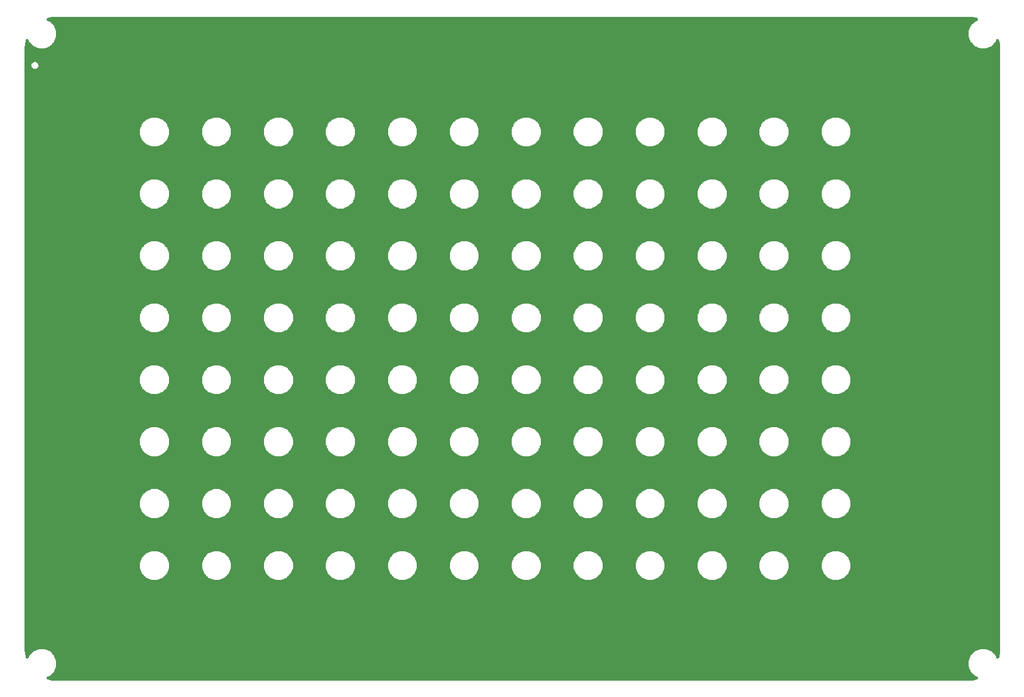
<source format=gbl>
G75*
%MOIN*%
%OFA0B0*%
%FSLAX25Y25*%
%IPPOS*%
%LPD*%
%AMOC8*
5,1,8,0,0,1.08239X$1,22.5*
%
%ADD10C,0.01600*%
%ADD11R,0.03962X0.03962*%
D10*
X0056277Y0047269D02*
X0055745Y0049599D01*
X0055639Y0051485D01*
X0055639Y0395894D01*
X0055745Y0397781D01*
X0056277Y0400111D01*
X0056897Y0398614D01*
X0059457Y0396055D01*
X0062801Y0394669D01*
X0066421Y0394669D01*
X0069765Y0396055D01*
X0072325Y0398614D01*
X0073710Y0401959D01*
X0073710Y0405578D01*
X0072325Y0408923D01*
X0069765Y0411482D01*
X0068269Y0412102D01*
X0070599Y0412634D01*
X0072485Y0412740D01*
X0595162Y0412740D01*
X0597048Y0412634D01*
X0599379Y0412102D01*
X0597882Y0411482D01*
X0595322Y0408923D01*
X0593937Y0405578D01*
X0593937Y0401959D01*
X0595322Y0398614D01*
X0597882Y0396055D01*
X0601226Y0394669D01*
X0604846Y0394669D01*
X0608191Y0396055D01*
X0610750Y0398614D01*
X0611370Y0400111D01*
X0611902Y0397781D01*
X0612008Y0395894D01*
X0612008Y0051485D01*
X0611902Y0049599D01*
X0611370Y0047269D01*
X0610750Y0048765D01*
X0608191Y0051325D01*
X0604846Y0052710D01*
X0601226Y0052710D01*
X0597882Y0051325D01*
X0595322Y0048765D01*
X0593937Y0045421D01*
X0593937Y0041801D01*
X0595322Y0038457D01*
X0597882Y0035897D01*
X0599379Y0035277D01*
X0597048Y0034745D01*
X0595162Y0034639D01*
X0072485Y0034639D01*
X0070599Y0034745D01*
X0068269Y0035277D01*
X0069765Y0035897D01*
X0072325Y0038457D01*
X0073710Y0041801D01*
X0073710Y0045421D01*
X0072325Y0048765D01*
X0069765Y0051325D01*
X0066421Y0052710D01*
X0062801Y0052710D01*
X0059457Y0051325D01*
X0056897Y0048765D01*
X0056277Y0047269D01*
X0056159Y0047785D02*
X0056491Y0047785D01*
X0055794Y0049384D02*
X0057515Y0049384D01*
X0059114Y0050982D02*
X0055668Y0050982D01*
X0055639Y0052581D02*
X0062488Y0052581D01*
X0066734Y0052581D02*
X0600913Y0052581D01*
X0597539Y0050982D02*
X0070108Y0050982D01*
X0071707Y0049384D02*
X0595941Y0049384D01*
X0594916Y0047785D02*
X0072731Y0047785D01*
X0073393Y0046187D02*
X0594254Y0046187D01*
X0593937Y0044588D02*
X0073710Y0044588D01*
X0073710Y0042990D02*
X0593937Y0042990D01*
X0594107Y0041391D02*
X0073540Y0041391D01*
X0072878Y0039793D02*
X0594769Y0039793D01*
X0595585Y0038194D02*
X0072062Y0038194D01*
X0070464Y0036596D02*
X0597183Y0036596D01*
X0598151Y0034997D02*
X0069496Y0034997D01*
X0055639Y0054179D02*
X0612008Y0054179D01*
X0612008Y0052581D02*
X0605159Y0052581D01*
X0608533Y0050982D02*
X0611980Y0050982D01*
X0611853Y0049384D02*
X0610132Y0049384D01*
X0611156Y0047785D02*
X0611488Y0047785D01*
X0612008Y0055778D02*
X0055639Y0055778D01*
X0055639Y0057376D02*
X0612008Y0057376D01*
X0612008Y0058975D02*
X0055639Y0058975D01*
X0055639Y0060573D02*
X0612008Y0060573D01*
X0612008Y0062172D02*
X0055639Y0062172D01*
X0055639Y0063770D02*
X0612008Y0063770D01*
X0612008Y0065369D02*
X0055639Y0065369D01*
X0055639Y0066967D02*
X0612008Y0066967D01*
X0612008Y0068566D02*
X0055639Y0068566D01*
X0055639Y0070164D02*
X0612008Y0070164D01*
X0612008Y0071763D02*
X0055639Y0071763D01*
X0055639Y0073361D02*
X0612008Y0073361D01*
X0612008Y0074960D02*
X0055639Y0074960D01*
X0055639Y0076558D02*
X0612008Y0076558D01*
X0612008Y0078157D02*
X0055639Y0078157D01*
X0055639Y0079755D02*
X0612008Y0079755D01*
X0612008Y0081354D02*
X0055639Y0081354D01*
X0055639Y0082952D02*
X0612008Y0082952D01*
X0612008Y0084551D02*
X0055639Y0084551D01*
X0055639Y0086149D02*
X0612008Y0086149D01*
X0612008Y0087748D02*
X0055639Y0087748D01*
X0055639Y0089346D02*
X0612008Y0089346D01*
X0612008Y0090945D02*
X0521566Y0090945D01*
X0520673Y0090575D02*
X0524017Y0091960D01*
X0526577Y0094520D01*
X0527962Y0097864D01*
X0527962Y0101484D01*
X0526577Y0104828D01*
X0524017Y0107388D01*
X0520673Y0108773D01*
X0517053Y0108773D01*
X0513709Y0107388D01*
X0511149Y0104828D01*
X0509764Y0101484D01*
X0509764Y0097864D01*
X0511149Y0094520D01*
X0513709Y0091960D01*
X0517053Y0090575D01*
X0520673Y0090575D01*
X0524601Y0092543D02*
X0612008Y0092543D01*
X0612008Y0094142D02*
X0526199Y0094142D01*
X0527083Y0095740D02*
X0612008Y0095740D01*
X0612008Y0097339D02*
X0527745Y0097339D01*
X0527962Y0098937D02*
X0612008Y0098937D01*
X0612008Y0100536D02*
X0527962Y0100536D01*
X0527693Y0102134D02*
X0612008Y0102134D01*
X0612008Y0103733D02*
X0527031Y0103733D01*
X0526074Y0105332D02*
X0612008Y0105332D01*
X0612008Y0106930D02*
X0524475Y0106930D01*
X0521264Y0108529D02*
X0612008Y0108529D01*
X0612008Y0110127D02*
X0055639Y0110127D01*
X0055639Y0108529D02*
X0126699Y0108529D01*
X0127289Y0108773D02*
X0123945Y0107388D01*
X0121385Y0104828D01*
X0120000Y0101484D01*
X0120000Y0097864D01*
X0121385Y0094520D01*
X0123945Y0091960D01*
X0127289Y0090575D01*
X0130909Y0090575D01*
X0134253Y0091960D01*
X0136813Y0094520D01*
X0138198Y0097864D01*
X0138198Y0101484D01*
X0136813Y0104828D01*
X0134253Y0107388D01*
X0130909Y0108773D01*
X0127289Y0108773D01*
X0131500Y0108529D02*
X0162132Y0108529D01*
X0162722Y0108773D02*
X0159378Y0107388D01*
X0156818Y0104828D01*
X0155433Y0101484D01*
X0155433Y0097864D01*
X0156818Y0094520D01*
X0159378Y0091960D01*
X0162722Y0090575D01*
X0166342Y0090575D01*
X0169687Y0091960D01*
X0172246Y0094520D01*
X0173631Y0097864D01*
X0173631Y0101484D01*
X0172246Y0104828D01*
X0169687Y0107388D01*
X0166342Y0108773D01*
X0162722Y0108773D01*
X0166933Y0108529D02*
X0197565Y0108529D01*
X0198155Y0108773D02*
X0194811Y0107388D01*
X0192251Y0104828D01*
X0190866Y0101484D01*
X0190866Y0097864D01*
X0192251Y0094520D01*
X0194811Y0091960D01*
X0198155Y0090575D01*
X0201775Y0090575D01*
X0205120Y0091960D01*
X0207679Y0094520D01*
X0209065Y0097864D01*
X0209065Y0101484D01*
X0207679Y0104828D01*
X0205120Y0107388D01*
X0201775Y0108773D01*
X0198155Y0108773D01*
X0202366Y0108529D02*
X0232998Y0108529D01*
X0233588Y0108773D02*
X0230244Y0107388D01*
X0227684Y0104828D01*
X0226299Y0101484D01*
X0226299Y0097864D01*
X0227684Y0094520D01*
X0230244Y0091960D01*
X0233588Y0090575D01*
X0237208Y0090575D01*
X0240553Y0091960D01*
X0243112Y0094520D01*
X0244498Y0097864D01*
X0244498Y0101484D01*
X0243112Y0104828D01*
X0240553Y0107388D01*
X0237208Y0108773D01*
X0233588Y0108773D01*
X0237799Y0108529D02*
X0268431Y0108529D01*
X0269022Y0108773D02*
X0265677Y0107388D01*
X0263118Y0104828D01*
X0261732Y0101484D01*
X0261732Y0097864D01*
X0263118Y0094520D01*
X0265677Y0091960D01*
X0269022Y0090575D01*
X0272641Y0090575D01*
X0275986Y0091960D01*
X0278545Y0094520D01*
X0279931Y0097864D01*
X0279931Y0101484D01*
X0278545Y0104828D01*
X0275986Y0107388D01*
X0272641Y0108773D01*
X0269022Y0108773D01*
X0273232Y0108529D02*
X0303864Y0108529D01*
X0304455Y0108773D02*
X0301110Y0107388D01*
X0298551Y0104828D01*
X0297165Y0101484D01*
X0297165Y0097864D01*
X0298551Y0094520D01*
X0301110Y0091960D01*
X0304455Y0090575D01*
X0308075Y0090575D01*
X0311419Y0091960D01*
X0313978Y0094520D01*
X0315364Y0097864D01*
X0315364Y0101484D01*
X0313978Y0104828D01*
X0311419Y0107388D01*
X0308075Y0108773D01*
X0304455Y0108773D01*
X0308665Y0108529D02*
X0339297Y0108529D01*
X0339888Y0108773D02*
X0336543Y0107388D01*
X0333984Y0104828D01*
X0332598Y0101484D01*
X0332598Y0097864D01*
X0333984Y0094520D01*
X0336543Y0091960D01*
X0339888Y0090575D01*
X0343508Y0090575D01*
X0346852Y0091960D01*
X0349412Y0094520D01*
X0350797Y0097864D01*
X0350797Y0101484D01*
X0349412Y0104828D01*
X0346852Y0107388D01*
X0343508Y0108773D01*
X0339888Y0108773D01*
X0344098Y0108529D02*
X0374730Y0108529D01*
X0375321Y0108773D02*
X0371976Y0107388D01*
X0369417Y0104828D01*
X0368031Y0101484D01*
X0368031Y0097864D01*
X0369417Y0094520D01*
X0371976Y0091960D01*
X0375321Y0090575D01*
X0378941Y0090575D01*
X0382285Y0091960D01*
X0384845Y0094520D01*
X0386230Y0097864D01*
X0386230Y0101484D01*
X0384845Y0104828D01*
X0382285Y0107388D01*
X0378941Y0108773D01*
X0375321Y0108773D01*
X0379531Y0108529D02*
X0410163Y0108529D01*
X0410754Y0108773D02*
X0407409Y0107388D01*
X0404850Y0104828D01*
X0403465Y0101484D01*
X0403465Y0097864D01*
X0404850Y0094520D01*
X0407409Y0091960D01*
X0410754Y0090575D01*
X0414374Y0090575D01*
X0417718Y0091960D01*
X0420278Y0094520D01*
X0421663Y0097864D01*
X0421663Y0101484D01*
X0420278Y0104828D01*
X0417718Y0107388D01*
X0414374Y0108773D01*
X0410754Y0108773D01*
X0414964Y0108529D02*
X0445596Y0108529D01*
X0446187Y0108773D02*
X0442843Y0107388D01*
X0440283Y0104828D01*
X0438898Y0101484D01*
X0438898Y0097864D01*
X0440283Y0094520D01*
X0442843Y0091960D01*
X0446187Y0090575D01*
X0449807Y0090575D01*
X0453151Y0091960D01*
X0455711Y0094520D01*
X0457096Y0097864D01*
X0457096Y0101484D01*
X0455711Y0104828D01*
X0453151Y0107388D01*
X0449807Y0108773D01*
X0446187Y0108773D01*
X0450397Y0108529D02*
X0481029Y0108529D01*
X0481620Y0108773D02*
X0478276Y0107388D01*
X0475716Y0104828D01*
X0474331Y0101484D01*
X0474331Y0097864D01*
X0475716Y0094520D01*
X0478276Y0091960D01*
X0481620Y0090575D01*
X0485240Y0090575D01*
X0488584Y0091960D01*
X0491144Y0094520D01*
X0492529Y0097864D01*
X0492529Y0101484D01*
X0491144Y0104828D01*
X0488584Y0107388D01*
X0485240Y0108773D01*
X0481620Y0108773D01*
X0485831Y0108529D02*
X0516462Y0108529D01*
X0513251Y0106930D02*
X0489042Y0106930D01*
X0490641Y0105332D02*
X0511652Y0105332D01*
X0510695Y0103733D02*
X0491598Y0103733D01*
X0492260Y0102134D02*
X0510033Y0102134D01*
X0509764Y0100536D02*
X0492529Y0100536D01*
X0492529Y0098937D02*
X0509764Y0098937D01*
X0509981Y0097339D02*
X0492312Y0097339D01*
X0491649Y0095740D02*
X0510643Y0095740D01*
X0511527Y0094142D02*
X0490766Y0094142D01*
X0489168Y0092543D02*
X0513125Y0092543D01*
X0516159Y0090945D02*
X0486133Y0090945D01*
X0480726Y0090945D02*
X0450700Y0090945D01*
X0453734Y0092543D02*
X0477692Y0092543D01*
X0476094Y0094142D02*
X0455333Y0094142D01*
X0456216Y0095740D02*
X0475210Y0095740D01*
X0474548Y0097339D02*
X0456879Y0097339D01*
X0457096Y0098937D02*
X0474331Y0098937D01*
X0474331Y0100536D02*
X0457096Y0100536D01*
X0456827Y0102134D02*
X0474600Y0102134D01*
X0475262Y0103733D02*
X0456164Y0103733D01*
X0455208Y0105332D02*
X0476219Y0105332D01*
X0477818Y0106930D02*
X0453609Y0106930D01*
X0442385Y0106930D02*
X0418176Y0106930D01*
X0419774Y0105332D02*
X0440786Y0105332D01*
X0439829Y0103733D02*
X0420731Y0103733D01*
X0421394Y0102134D02*
X0439167Y0102134D01*
X0438898Y0100536D02*
X0421663Y0100536D01*
X0421663Y0098937D02*
X0438898Y0098937D01*
X0439115Y0097339D02*
X0421445Y0097339D01*
X0420783Y0095740D02*
X0439777Y0095740D01*
X0440661Y0094142D02*
X0419900Y0094142D01*
X0418301Y0092543D02*
X0442259Y0092543D01*
X0445293Y0090945D02*
X0415267Y0090945D01*
X0409860Y0090945D02*
X0379834Y0090945D01*
X0382868Y0092543D02*
X0406826Y0092543D01*
X0405228Y0094142D02*
X0384467Y0094142D01*
X0385350Y0095740D02*
X0404344Y0095740D01*
X0403682Y0097339D02*
X0386012Y0097339D01*
X0386230Y0098937D02*
X0403465Y0098937D01*
X0403465Y0100536D02*
X0386230Y0100536D01*
X0385960Y0102134D02*
X0403734Y0102134D01*
X0404396Y0103733D02*
X0385298Y0103733D01*
X0384341Y0105332D02*
X0405353Y0105332D01*
X0406952Y0106930D02*
X0382743Y0106930D01*
X0371519Y0106930D02*
X0347310Y0106930D01*
X0348908Y0105332D02*
X0369920Y0105332D01*
X0368963Y0103733D02*
X0349865Y0103733D01*
X0350527Y0102134D02*
X0368301Y0102134D01*
X0368031Y0100536D02*
X0350797Y0100536D01*
X0350797Y0098937D02*
X0368031Y0098937D01*
X0368249Y0097339D02*
X0350579Y0097339D01*
X0349917Y0095740D02*
X0368911Y0095740D01*
X0369795Y0094142D02*
X0349034Y0094142D01*
X0347435Y0092543D02*
X0371393Y0092543D01*
X0374427Y0090945D02*
X0344401Y0090945D01*
X0338994Y0090945D02*
X0308968Y0090945D01*
X0312002Y0092543D02*
X0335960Y0092543D01*
X0334361Y0094142D02*
X0313601Y0094142D01*
X0314484Y0095740D02*
X0333478Y0095740D01*
X0332816Y0097339D02*
X0315146Y0097339D01*
X0315364Y0098937D02*
X0332598Y0098937D01*
X0332598Y0100536D02*
X0315364Y0100536D01*
X0315094Y0102134D02*
X0332868Y0102134D01*
X0333530Y0103733D02*
X0314432Y0103733D01*
X0313475Y0105332D02*
X0334487Y0105332D01*
X0336085Y0106930D02*
X0311877Y0106930D01*
X0300652Y0106930D02*
X0276444Y0106930D01*
X0278042Y0105332D02*
X0299054Y0105332D01*
X0298097Y0103733D02*
X0278999Y0103733D01*
X0279661Y0102134D02*
X0297435Y0102134D01*
X0297165Y0100536D02*
X0279931Y0100536D01*
X0279931Y0098937D02*
X0297165Y0098937D01*
X0297383Y0097339D02*
X0279713Y0097339D01*
X0279051Y0095740D02*
X0298045Y0095740D01*
X0298928Y0094142D02*
X0278168Y0094142D01*
X0276569Y0092543D02*
X0300527Y0092543D01*
X0303561Y0090945D02*
X0273535Y0090945D01*
X0268128Y0090945D02*
X0238102Y0090945D01*
X0241136Y0092543D02*
X0265094Y0092543D01*
X0263495Y0094142D02*
X0242735Y0094142D01*
X0243618Y0095740D02*
X0262612Y0095740D01*
X0261950Y0097339D02*
X0244280Y0097339D01*
X0244498Y0098937D02*
X0261732Y0098937D01*
X0261732Y0100536D02*
X0244498Y0100536D01*
X0244228Y0102134D02*
X0262002Y0102134D01*
X0262664Y0103733D02*
X0243566Y0103733D01*
X0242609Y0105332D02*
X0263621Y0105332D01*
X0265219Y0106930D02*
X0241011Y0106930D01*
X0229786Y0106930D02*
X0205578Y0106930D01*
X0207176Y0105332D02*
X0228188Y0105332D01*
X0227231Y0103733D02*
X0208133Y0103733D01*
X0208795Y0102134D02*
X0226569Y0102134D01*
X0226299Y0100536D02*
X0209065Y0100536D01*
X0209065Y0098937D02*
X0226299Y0098937D01*
X0226517Y0097339D02*
X0208847Y0097339D01*
X0208185Y0095740D02*
X0227179Y0095740D01*
X0228062Y0094142D02*
X0207302Y0094142D01*
X0205703Y0092543D02*
X0229661Y0092543D01*
X0232695Y0090945D02*
X0202669Y0090945D01*
X0197262Y0090945D02*
X0167236Y0090945D01*
X0170270Y0092543D02*
X0194228Y0092543D01*
X0192629Y0094142D02*
X0171868Y0094142D01*
X0172752Y0095740D02*
X0191746Y0095740D01*
X0191084Y0097339D02*
X0173414Y0097339D01*
X0173631Y0098937D02*
X0190866Y0098937D01*
X0190866Y0100536D02*
X0173631Y0100536D01*
X0173362Y0102134D02*
X0191136Y0102134D01*
X0191798Y0103733D02*
X0172700Y0103733D01*
X0171743Y0105332D02*
X0192755Y0105332D01*
X0194353Y0106930D02*
X0170144Y0106930D01*
X0158920Y0106930D02*
X0134711Y0106930D01*
X0136310Y0105332D02*
X0157322Y0105332D01*
X0156365Y0103733D02*
X0137267Y0103733D01*
X0137929Y0102134D02*
X0155703Y0102134D01*
X0155433Y0100536D02*
X0138198Y0100536D01*
X0138198Y0098937D02*
X0155433Y0098937D01*
X0155651Y0097339D02*
X0137981Y0097339D01*
X0137319Y0095740D02*
X0156313Y0095740D01*
X0157196Y0094142D02*
X0136435Y0094142D01*
X0134837Y0092543D02*
X0158795Y0092543D01*
X0161829Y0090945D02*
X0131803Y0090945D01*
X0126396Y0090945D02*
X0055639Y0090945D01*
X0055639Y0092543D02*
X0123362Y0092543D01*
X0121763Y0094142D02*
X0055639Y0094142D01*
X0055639Y0095740D02*
X0120880Y0095740D01*
X0120217Y0097339D02*
X0055639Y0097339D01*
X0055639Y0098937D02*
X0120000Y0098937D01*
X0120000Y0100536D02*
X0055639Y0100536D01*
X0055639Y0102134D02*
X0120269Y0102134D01*
X0120932Y0103733D02*
X0055639Y0103733D01*
X0055639Y0105332D02*
X0121888Y0105332D01*
X0123487Y0106930D02*
X0055639Y0106930D01*
X0055639Y0111726D02*
X0612008Y0111726D01*
X0612008Y0113324D02*
X0055639Y0113324D01*
X0055639Y0114923D02*
X0612008Y0114923D01*
X0612008Y0116521D02*
X0055639Y0116521D01*
X0055639Y0118120D02*
X0612008Y0118120D01*
X0612008Y0119718D02*
X0055639Y0119718D01*
X0055639Y0121317D02*
X0612008Y0121317D01*
X0612008Y0122915D02*
X0055639Y0122915D01*
X0055639Y0124514D02*
X0612008Y0124514D01*
X0612008Y0126112D02*
X0520925Y0126112D01*
X0520673Y0126008D02*
X0524017Y0127393D01*
X0526577Y0129953D01*
X0527962Y0133297D01*
X0527962Y0136917D01*
X0526577Y0140261D01*
X0524017Y0142821D01*
X0520673Y0144206D01*
X0517053Y0144206D01*
X0513709Y0142821D01*
X0511149Y0140261D01*
X0509764Y0136917D01*
X0509764Y0133297D01*
X0511149Y0129953D01*
X0513709Y0127393D01*
X0517053Y0126008D01*
X0520673Y0126008D01*
X0516801Y0126112D02*
X0485492Y0126112D01*
X0485240Y0126008D02*
X0488584Y0127393D01*
X0491144Y0129953D01*
X0492529Y0133297D01*
X0492529Y0136917D01*
X0491144Y0140261D01*
X0488584Y0142821D01*
X0485240Y0144206D01*
X0481620Y0144206D01*
X0478276Y0142821D01*
X0475716Y0140261D01*
X0474331Y0136917D01*
X0474331Y0133297D01*
X0475716Y0129953D01*
X0478276Y0127393D01*
X0481620Y0126008D01*
X0485240Y0126008D01*
X0481368Y0126112D02*
X0450059Y0126112D01*
X0449807Y0126008D02*
X0453151Y0127393D01*
X0455711Y0129953D01*
X0457096Y0133297D01*
X0457096Y0136917D01*
X0455711Y0140261D01*
X0453151Y0142821D01*
X0449807Y0144206D01*
X0446187Y0144206D01*
X0442843Y0142821D01*
X0440283Y0140261D01*
X0438898Y0136917D01*
X0438898Y0133297D01*
X0440283Y0129953D01*
X0442843Y0127393D01*
X0446187Y0126008D01*
X0449807Y0126008D01*
X0445935Y0126112D02*
X0414626Y0126112D01*
X0414374Y0126008D02*
X0417718Y0127393D01*
X0420278Y0129953D01*
X0421663Y0133297D01*
X0421663Y0136917D01*
X0420278Y0140261D01*
X0417718Y0142821D01*
X0414374Y0144206D01*
X0410754Y0144206D01*
X0407409Y0142821D01*
X0404850Y0140261D01*
X0403465Y0136917D01*
X0403465Y0133297D01*
X0404850Y0129953D01*
X0407409Y0127393D01*
X0410754Y0126008D01*
X0414374Y0126008D01*
X0410502Y0126112D02*
X0379192Y0126112D01*
X0378941Y0126008D02*
X0382285Y0127393D01*
X0384845Y0129953D01*
X0386230Y0133297D01*
X0386230Y0136917D01*
X0384845Y0140261D01*
X0382285Y0142821D01*
X0378941Y0144206D01*
X0375321Y0144206D01*
X0371976Y0142821D01*
X0369417Y0140261D01*
X0368031Y0136917D01*
X0368031Y0133297D01*
X0369417Y0129953D01*
X0371976Y0127393D01*
X0375321Y0126008D01*
X0378941Y0126008D01*
X0375069Y0126112D02*
X0343759Y0126112D01*
X0343508Y0126008D02*
X0346852Y0127393D01*
X0349412Y0129953D01*
X0350797Y0133297D01*
X0350797Y0136917D01*
X0349412Y0140261D01*
X0346852Y0142821D01*
X0343508Y0144206D01*
X0339888Y0144206D01*
X0336543Y0142821D01*
X0333984Y0140261D01*
X0332598Y0136917D01*
X0332598Y0133297D01*
X0333984Y0129953D01*
X0336543Y0127393D01*
X0339888Y0126008D01*
X0343508Y0126008D01*
X0339636Y0126112D02*
X0308326Y0126112D01*
X0308075Y0126008D02*
X0311419Y0127393D01*
X0313978Y0129953D01*
X0315364Y0133297D01*
X0315364Y0136917D01*
X0313978Y0140261D01*
X0311419Y0142821D01*
X0308075Y0144206D01*
X0304455Y0144206D01*
X0301110Y0142821D01*
X0298551Y0140261D01*
X0297165Y0136917D01*
X0297165Y0133297D01*
X0298551Y0129953D01*
X0301110Y0127393D01*
X0304455Y0126008D01*
X0308075Y0126008D01*
X0304203Y0126112D02*
X0272893Y0126112D01*
X0272641Y0126008D02*
X0275986Y0127393D01*
X0278545Y0129953D01*
X0279931Y0133297D01*
X0279931Y0136917D01*
X0278545Y0140261D01*
X0275986Y0142821D01*
X0272641Y0144206D01*
X0269022Y0144206D01*
X0265677Y0142821D01*
X0263118Y0140261D01*
X0261732Y0136917D01*
X0261732Y0133297D01*
X0263118Y0129953D01*
X0265677Y0127393D01*
X0269022Y0126008D01*
X0272641Y0126008D01*
X0268770Y0126112D02*
X0237460Y0126112D01*
X0237208Y0126008D02*
X0240553Y0127393D01*
X0243112Y0129953D01*
X0244498Y0133297D01*
X0244498Y0136917D01*
X0243112Y0140261D01*
X0240553Y0142821D01*
X0237208Y0144206D01*
X0233588Y0144206D01*
X0230244Y0142821D01*
X0227684Y0140261D01*
X0226299Y0136917D01*
X0226299Y0133297D01*
X0227684Y0129953D01*
X0230244Y0127393D01*
X0233588Y0126008D01*
X0237208Y0126008D01*
X0233337Y0126112D02*
X0202027Y0126112D01*
X0201775Y0126008D02*
X0205120Y0127393D01*
X0207679Y0129953D01*
X0209065Y0133297D01*
X0209065Y0136917D01*
X0207679Y0140261D01*
X0205120Y0142821D01*
X0201775Y0144206D01*
X0198155Y0144206D01*
X0194811Y0142821D01*
X0192251Y0140261D01*
X0190866Y0136917D01*
X0190866Y0133297D01*
X0192251Y0129953D01*
X0194811Y0127393D01*
X0198155Y0126008D01*
X0201775Y0126008D01*
X0197904Y0126112D02*
X0166594Y0126112D01*
X0166342Y0126008D02*
X0169687Y0127393D01*
X0172246Y0129953D01*
X0173631Y0133297D01*
X0173631Y0136917D01*
X0172246Y0140261D01*
X0169687Y0142821D01*
X0166342Y0144206D01*
X0162722Y0144206D01*
X0159378Y0142821D01*
X0156818Y0140261D01*
X0155433Y0136917D01*
X0155433Y0133297D01*
X0156818Y0129953D01*
X0159378Y0127393D01*
X0162722Y0126008D01*
X0166342Y0126008D01*
X0162471Y0126112D02*
X0131161Y0126112D01*
X0130909Y0126008D02*
X0134253Y0127393D01*
X0136813Y0129953D01*
X0138198Y0133297D01*
X0138198Y0136917D01*
X0136813Y0140261D01*
X0134253Y0142821D01*
X0130909Y0144206D01*
X0127289Y0144206D01*
X0123945Y0142821D01*
X0121385Y0140261D01*
X0120000Y0136917D01*
X0120000Y0133297D01*
X0121385Y0129953D01*
X0123945Y0127393D01*
X0127289Y0126008D01*
X0130909Y0126008D01*
X0127037Y0126112D02*
X0055639Y0126112D01*
X0055639Y0127711D02*
X0123627Y0127711D01*
X0122029Y0129309D02*
X0055639Y0129309D01*
X0055639Y0130908D02*
X0120990Y0130908D01*
X0120328Y0132506D02*
X0055639Y0132506D01*
X0055639Y0134105D02*
X0120000Y0134105D01*
X0120000Y0135703D02*
X0055639Y0135703D01*
X0055639Y0137302D02*
X0120159Y0137302D01*
X0120821Y0138900D02*
X0055639Y0138900D01*
X0055639Y0140499D02*
X0121623Y0140499D01*
X0123221Y0142097D02*
X0055639Y0142097D01*
X0055639Y0143696D02*
X0126057Y0143696D01*
X0132142Y0143696D02*
X0161490Y0143696D01*
X0158654Y0142097D02*
X0134977Y0142097D01*
X0136576Y0140499D02*
X0157056Y0140499D01*
X0156255Y0138900D02*
X0137377Y0138900D01*
X0138039Y0137302D02*
X0155592Y0137302D01*
X0155433Y0135703D02*
X0138198Y0135703D01*
X0138198Y0134105D02*
X0155433Y0134105D01*
X0155761Y0132506D02*
X0137871Y0132506D01*
X0137209Y0130908D02*
X0156423Y0130908D01*
X0157462Y0129309D02*
X0136170Y0129309D01*
X0134571Y0127711D02*
X0159060Y0127711D01*
X0170004Y0127711D02*
X0194494Y0127711D01*
X0192895Y0129309D02*
X0171603Y0129309D01*
X0172642Y0130908D02*
X0191856Y0130908D01*
X0191194Y0132506D02*
X0173304Y0132506D01*
X0173631Y0134105D02*
X0190866Y0134105D01*
X0190866Y0135703D02*
X0173631Y0135703D01*
X0173472Y0137302D02*
X0191026Y0137302D01*
X0191688Y0138900D02*
X0172810Y0138900D01*
X0172009Y0140499D02*
X0192489Y0140499D01*
X0194087Y0142097D02*
X0170410Y0142097D01*
X0167575Y0143696D02*
X0196923Y0143696D01*
X0203008Y0143696D02*
X0232356Y0143696D01*
X0229520Y0142097D02*
X0205843Y0142097D01*
X0207442Y0140499D02*
X0227922Y0140499D01*
X0227121Y0138900D02*
X0208243Y0138900D01*
X0208905Y0137302D02*
X0226459Y0137302D01*
X0226299Y0135703D02*
X0209065Y0135703D01*
X0209065Y0134105D02*
X0226299Y0134105D01*
X0226627Y0132506D02*
X0208737Y0132506D01*
X0208075Y0130908D02*
X0227289Y0130908D01*
X0228328Y0129309D02*
X0207036Y0129309D01*
X0205437Y0127711D02*
X0229927Y0127711D01*
X0240870Y0127711D02*
X0265360Y0127711D01*
X0263761Y0129309D02*
X0242469Y0129309D01*
X0243508Y0130908D02*
X0262722Y0130908D01*
X0262060Y0132506D02*
X0244170Y0132506D01*
X0244498Y0134105D02*
X0261732Y0134105D01*
X0261732Y0135703D02*
X0244498Y0135703D01*
X0244338Y0137302D02*
X0261892Y0137302D01*
X0262554Y0138900D02*
X0243676Y0138900D01*
X0242875Y0140499D02*
X0263355Y0140499D01*
X0264953Y0142097D02*
X0241276Y0142097D01*
X0238441Y0143696D02*
X0267789Y0143696D01*
X0273874Y0143696D02*
X0303222Y0143696D01*
X0300387Y0142097D02*
X0276710Y0142097D01*
X0278308Y0140499D02*
X0298788Y0140499D01*
X0297987Y0138900D02*
X0279109Y0138900D01*
X0279771Y0137302D02*
X0297325Y0137302D01*
X0297165Y0135703D02*
X0279931Y0135703D01*
X0279931Y0134105D02*
X0297165Y0134105D01*
X0297493Y0132506D02*
X0279603Y0132506D01*
X0278941Y0130908D02*
X0298155Y0130908D01*
X0299194Y0129309D02*
X0277902Y0129309D01*
X0276303Y0127711D02*
X0300793Y0127711D01*
X0311736Y0127711D02*
X0336226Y0127711D01*
X0334627Y0129309D02*
X0313335Y0129309D01*
X0314374Y0130908D02*
X0333588Y0130908D01*
X0332926Y0132506D02*
X0315036Y0132506D01*
X0315364Y0134105D02*
X0332598Y0134105D01*
X0332598Y0135703D02*
X0315364Y0135703D01*
X0315204Y0137302D02*
X0332758Y0137302D01*
X0333420Y0138900D02*
X0314542Y0138900D01*
X0313741Y0140499D02*
X0334221Y0140499D01*
X0335820Y0142097D02*
X0312143Y0142097D01*
X0309307Y0143696D02*
X0338655Y0143696D01*
X0344740Y0143696D02*
X0374088Y0143696D01*
X0371253Y0142097D02*
X0347576Y0142097D01*
X0349174Y0140499D02*
X0369654Y0140499D01*
X0368853Y0138900D02*
X0349975Y0138900D01*
X0350637Y0137302D02*
X0368191Y0137302D01*
X0368031Y0135703D02*
X0350797Y0135703D01*
X0350797Y0134105D02*
X0368031Y0134105D01*
X0368359Y0132506D02*
X0350469Y0132506D01*
X0349807Y0130908D02*
X0369021Y0130908D01*
X0370060Y0129309D02*
X0348768Y0129309D01*
X0347169Y0127711D02*
X0371659Y0127711D01*
X0382603Y0127711D02*
X0407092Y0127711D01*
X0405493Y0129309D02*
X0384201Y0129309D01*
X0385240Y0130908D02*
X0404454Y0130908D01*
X0403792Y0132506D02*
X0385902Y0132506D01*
X0386230Y0134105D02*
X0403465Y0134105D01*
X0403465Y0135703D02*
X0386230Y0135703D01*
X0386071Y0137302D02*
X0403624Y0137302D01*
X0404286Y0138900D02*
X0385408Y0138900D01*
X0384607Y0140499D02*
X0405087Y0140499D01*
X0406686Y0142097D02*
X0383009Y0142097D01*
X0380173Y0143696D02*
X0409521Y0143696D01*
X0415606Y0143696D02*
X0444954Y0143696D01*
X0442119Y0142097D02*
X0418442Y0142097D01*
X0420040Y0140499D02*
X0440520Y0140499D01*
X0439719Y0138900D02*
X0420841Y0138900D01*
X0421504Y0137302D02*
X0439057Y0137302D01*
X0438898Y0135703D02*
X0421663Y0135703D01*
X0421663Y0134105D02*
X0438898Y0134105D01*
X0439225Y0132506D02*
X0421335Y0132506D01*
X0420673Y0130908D02*
X0439887Y0130908D01*
X0440927Y0129309D02*
X0419634Y0129309D01*
X0418036Y0127711D02*
X0442525Y0127711D01*
X0453469Y0127711D02*
X0477958Y0127711D01*
X0476360Y0129309D02*
X0455067Y0129309D01*
X0456106Y0130908D02*
X0475320Y0130908D01*
X0474658Y0132506D02*
X0456768Y0132506D01*
X0457096Y0134105D02*
X0474331Y0134105D01*
X0474331Y0135703D02*
X0457096Y0135703D01*
X0456937Y0137302D02*
X0474490Y0137302D01*
X0475152Y0138900D02*
X0456275Y0138900D01*
X0455473Y0140499D02*
X0475953Y0140499D01*
X0477552Y0142097D02*
X0453875Y0142097D01*
X0451039Y0143696D02*
X0480388Y0143696D01*
X0486472Y0143696D02*
X0515821Y0143696D01*
X0512985Y0142097D02*
X0489308Y0142097D01*
X0490906Y0140499D02*
X0511386Y0140499D01*
X0510585Y0138900D02*
X0491708Y0138900D01*
X0492370Y0137302D02*
X0509923Y0137302D01*
X0509764Y0135703D02*
X0492529Y0135703D01*
X0492529Y0134105D02*
X0509764Y0134105D01*
X0510091Y0132506D02*
X0492202Y0132506D01*
X0491539Y0130908D02*
X0510754Y0130908D01*
X0511793Y0129309D02*
X0490500Y0129309D01*
X0488902Y0127711D02*
X0513391Y0127711D01*
X0524335Y0127711D02*
X0612008Y0127711D01*
X0612008Y0129309D02*
X0525933Y0129309D01*
X0526972Y0130908D02*
X0612008Y0130908D01*
X0612008Y0132506D02*
X0527635Y0132506D01*
X0527962Y0134105D02*
X0612008Y0134105D01*
X0612008Y0135703D02*
X0527962Y0135703D01*
X0527803Y0137302D02*
X0612008Y0137302D01*
X0612008Y0138900D02*
X0527141Y0138900D01*
X0526340Y0140499D02*
X0612008Y0140499D01*
X0612008Y0142097D02*
X0524741Y0142097D01*
X0521905Y0143696D02*
X0612008Y0143696D01*
X0612008Y0145294D02*
X0055639Y0145294D01*
X0055639Y0146893D02*
X0612008Y0146893D01*
X0612008Y0148491D02*
X0055639Y0148491D01*
X0055639Y0150090D02*
X0612008Y0150090D01*
X0612008Y0151688D02*
X0055639Y0151688D01*
X0055639Y0153287D02*
X0612008Y0153287D01*
X0612008Y0154885D02*
X0055639Y0154885D01*
X0055639Y0156484D02*
X0612008Y0156484D01*
X0612008Y0158082D02*
X0055639Y0158082D01*
X0055639Y0159681D02*
X0612008Y0159681D01*
X0612008Y0161279D02*
X0055639Y0161279D01*
X0055639Y0162878D02*
X0123893Y0162878D01*
X0123945Y0162826D02*
X0127289Y0161441D01*
X0130909Y0161441D01*
X0134253Y0162826D01*
X0136813Y0165386D01*
X0138198Y0168730D01*
X0138198Y0172350D01*
X0136813Y0175694D01*
X0134253Y0178254D01*
X0130909Y0179639D01*
X0127289Y0179639D01*
X0123945Y0178254D01*
X0121385Y0175694D01*
X0120000Y0172350D01*
X0120000Y0168730D01*
X0121385Y0165386D01*
X0123945Y0162826D01*
X0122295Y0164476D02*
X0055639Y0164476D01*
X0055639Y0166075D02*
X0121100Y0166075D01*
X0120438Y0167673D02*
X0055639Y0167673D01*
X0055639Y0169272D02*
X0120000Y0169272D01*
X0120000Y0170870D02*
X0055639Y0170870D01*
X0055639Y0172469D02*
X0120049Y0172469D01*
X0120711Y0174068D02*
X0055639Y0174068D01*
X0055639Y0175666D02*
X0121374Y0175666D01*
X0122955Y0177265D02*
X0055639Y0177265D01*
X0055639Y0178863D02*
X0125415Y0178863D01*
X0132783Y0178863D02*
X0160848Y0178863D01*
X0159378Y0178254D02*
X0162722Y0179639D01*
X0166342Y0179639D01*
X0169687Y0178254D01*
X0172246Y0175694D01*
X0173631Y0172350D01*
X0173631Y0168730D01*
X0172246Y0165386D01*
X0169687Y0162826D01*
X0166342Y0161441D01*
X0162722Y0161441D01*
X0159378Y0162826D01*
X0156818Y0165386D01*
X0155433Y0168730D01*
X0155433Y0172350D01*
X0156818Y0175694D01*
X0159378Y0178254D01*
X0158388Y0177265D02*
X0135243Y0177265D01*
X0136825Y0175666D02*
X0156807Y0175666D01*
X0156144Y0174068D02*
X0137487Y0174068D01*
X0138149Y0172469D02*
X0155482Y0172469D01*
X0155433Y0170870D02*
X0138198Y0170870D01*
X0138198Y0169272D02*
X0155433Y0169272D01*
X0155871Y0167673D02*
X0137761Y0167673D01*
X0137099Y0166075D02*
X0156533Y0166075D01*
X0157728Y0164476D02*
X0135904Y0164476D01*
X0134305Y0162878D02*
X0159326Y0162878D01*
X0169738Y0162878D02*
X0194759Y0162878D01*
X0194811Y0162826D02*
X0198155Y0161441D01*
X0201775Y0161441D01*
X0205120Y0162826D01*
X0207679Y0165386D01*
X0209065Y0168730D01*
X0209065Y0172350D01*
X0207679Y0175694D01*
X0205120Y0178254D01*
X0201775Y0179639D01*
X0198155Y0179639D01*
X0194811Y0178254D01*
X0192251Y0175694D01*
X0190866Y0172350D01*
X0190866Y0168730D01*
X0192251Y0165386D01*
X0194811Y0162826D01*
X0193161Y0164476D02*
X0171337Y0164476D01*
X0172532Y0166075D02*
X0191966Y0166075D01*
X0191304Y0167673D02*
X0173194Y0167673D01*
X0173631Y0169272D02*
X0190866Y0169272D01*
X0190866Y0170870D02*
X0173631Y0170870D01*
X0173582Y0172469D02*
X0190915Y0172469D01*
X0191578Y0174068D02*
X0172920Y0174068D01*
X0172258Y0175666D02*
X0192240Y0175666D01*
X0193822Y0177265D02*
X0170676Y0177265D01*
X0168216Y0178863D02*
X0196281Y0178863D01*
X0203649Y0178863D02*
X0231714Y0178863D01*
X0230244Y0178254D02*
X0227684Y0175694D01*
X0226299Y0172350D01*
X0226299Y0168730D01*
X0227684Y0165386D01*
X0230244Y0162826D01*
X0233588Y0161441D01*
X0237208Y0161441D01*
X0240553Y0162826D01*
X0243112Y0165386D01*
X0244498Y0168730D01*
X0244498Y0172350D01*
X0243112Y0175694D01*
X0240553Y0178254D01*
X0237208Y0179639D01*
X0233588Y0179639D01*
X0230244Y0178254D01*
X0229255Y0177265D02*
X0206109Y0177265D01*
X0207691Y0175666D02*
X0227673Y0175666D01*
X0227011Y0174068D02*
X0208353Y0174068D01*
X0209015Y0172469D02*
X0226348Y0172469D01*
X0226299Y0170870D02*
X0209065Y0170870D01*
X0209065Y0169272D02*
X0226299Y0169272D01*
X0226737Y0167673D02*
X0208627Y0167673D01*
X0207965Y0166075D02*
X0227399Y0166075D01*
X0228594Y0164476D02*
X0206770Y0164476D01*
X0205171Y0162878D02*
X0230192Y0162878D01*
X0240604Y0162878D02*
X0265625Y0162878D01*
X0265677Y0162826D02*
X0269022Y0161441D01*
X0272641Y0161441D01*
X0275986Y0162826D01*
X0278545Y0165386D01*
X0279931Y0168730D01*
X0279931Y0172350D01*
X0278545Y0175694D01*
X0275986Y0178254D01*
X0272641Y0179639D01*
X0269022Y0179639D01*
X0265677Y0178254D01*
X0263118Y0175694D01*
X0261732Y0172350D01*
X0261732Y0168730D01*
X0263118Y0165386D01*
X0265677Y0162826D01*
X0264027Y0164476D02*
X0242203Y0164476D01*
X0243398Y0166075D02*
X0262832Y0166075D01*
X0262170Y0167673D02*
X0244060Y0167673D01*
X0244498Y0169272D02*
X0261732Y0169272D01*
X0261732Y0170870D02*
X0244498Y0170870D01*
X0244448Y0172469D02*
X0261782Y0172469D01*
X0262444Y0174068D02*
X0243786Y0174068D01*
X0243124Y0175666D02*
X0263106Y0175666D01*
X0264688Y0177265D02*
X0241542Y0177265D01*
X0239083Y0178863D02*
X0267147Y0178863D01*
X0274516Y0178863D02*
X0302580Y0178863D01*
X0301110Y0178254D02*
X0298551Y0175694D01*
X0297165Y0172350D01*
X0297165Y0168730D01*
X0298551Y0165386D01*
X0301110Y0162826D01*
X0304455Y0161441D01*
X0308075Y0161441D01*
X0311419Y0162826D01*
X0313978Y0165386D01*
X0315364Y0168730D01*
X0315364Y0172350D01*
X0313978Y0175694D01*
X0311419Y0178254D01*
X0308075Y0179639D01*
X0304455Y0179639D01*
X0301110Y0178254D01*
X0300121Y0177265D02*
X0276975Y0177265D01*
X0278557Y0175666D02*
X0298539Y0175666D01*
X0297877Y0174068D02*
X0279219Y0174068D01*
X0279881Y0172469D02*
X0297215Y0172469D01*
X0297165Y0170870D02*
X0279931Y0170870D01*
X0279931Y0169272D02*
X0297165Y0169272D01*
X0297603Y0167673D02*
X0279493Y0167673D01*
X0278831Y0166075D02*
X0298265Y0166075D01*
X0299460Y0164476D02*
X0277636Y0164476D01*
X0276037Y0162878D02*
X0301059Y0162878D01*
X0311471Y0162878D02*
X0336492Y0162878D01*
X0336543Y0162826D02*
X0339888Y0161441D01*
X0343508Y0161441D01*
X0346852Y0162826D01*
X0349412Y0165386D01*
X0350797Y0168730D01*
X0350797Y0172350D01*
X0349412Y0175694D01*
X0346852Y0178254D01*
X0343508Y0179639D01*
X0339888Y0179639D01*
X0336543Y0178254D01*
X0333984Y0175694D01*
X0332598Y0172350D01*
X0332598Y0168730D01*
X0333984Y0165386D01*
X0336543Y0162826D01*
X0334893Y0164476D02*
X0313069Y0164476D01*
X0314264Y0166075D02*
X0333698Y0166075D01*
X0333036Y0167673D02*
X0314926Y0167673D01*
X0315364Y0169272D02*
X0332598Y0169272D01*
X0332598Y0170870D02*
X0315364Y0170870D01*
X0315315Y0172469D02*
X0332648Y0172469D01*
X0333310Y0174068D02*
X0314652Y0174068D01*
X0313990Y0175666D02*
X0333972Y0175666D01*
X0335554Y0177265D02*
X0312408Y0177265D01*
X0309949Y0178863D02*
X0338013Y0178863D01*
X0345382Y0178863D02*
X0373447Y0178863D01*
X0371976Y0178254D02*
X0375321Y0179639D01*
X0378941Y0179639D01*
X0382285Y0178254D01*
X0384845Y0175694D01*
X0386230Y0172350D01*
X0386230Y0168730D01*
X0384845Y0165386D01*
X0382285Y0162826D01*
X0378941Y0161441D01*
X0375321Y0161441D01*
X0371976Y0162826D01*
X0369417Y0165386D01*
X0368031Y0168730D01*
X0368031Y0172350D01*
X0369417Y0175694D01*
X0371976Y0178254D01*
X0370987Y0177265D02*
X0347841Y0177265D01*
X0349423Y0175666D02*
X0369405Y0175666D01*
X0368743Y0174068D02*
X0350085Y0174068D01*
X0350748Y0172469D02*
X0368081Y0172469D01*
X0368031Y0170870D02*
X0350797Y0170870D01*
X0350797Y0169272D02*
X0368031Y0169272D01*
X0368469Y0167673D02*
X0350359Y0167673D01*
X0349697Y0166075D02*
X0369131Y0166075D01*
X0370326Y0164476D02*
X0348502Y0164476D01*
X0346904Y0162878D02*
X0371925Y0162878D01*
X0382337Y0162878D02*
X0407358Y0162878D01*
X0407409Y0162826D02*
X0410754Y0161441D01*
X0414374Y0161441D01*
X0417718Y0162826D01*
X0420278Y0165386D01*
X0421663Y0168730D01*
X0421663Y0172350D01*
X0420278Y0175694D01*
X0417718Y0178254D01*
X0414374Y0179639D01*
X0410754Y0179639D01*
X0407409Y0178254D01*
X0404850Y0175694D01*
X0403465Y0172350D01*
X0403465Y0168730D01*
X0404850Y0165386D01*
X0407409Y0162826D01*
X0405759Y0164476D02*
X0383935Y0164476D01*
X0385130Y0166075D02*
X0404564Y0166075D01*
X0403902Y0167673D02*
X0385792Y0167673D01*
X0386230Y0169272D02*
X0403465Y0169272D01*
X0403465Y0170870D02*
X0386230Y0170870D01*
X0386181Y0172469D02*
X0403514Y0172469D01*
X0404176Y0174068D02*
X0385519Y0174068D01*
X0384856Y0175666D02*
X0404838Y0175666D01*
X0406420Y0177265D02*
X0383275Y0177265D01*
X0380815Y0178863D02*
X0408880Y0178863D01*
X0416248Y0178863D02*
X0444313Y0178863D01*
X0442843Y0178254D02*
X0440283Y0175694D01*
X0438898Y0172350D01*
X0438898Y0168730D01*
X0440283Y0165386D01*
X0442843Y0162826D01*
X0446187Y0161441D01*
X0449807Y0161441D01*
X0453151Y0162826D01*
X0455711Y0165386D01*
X0457096Y0168730D01*
X0457096Y0172350D01*
X0455711Y0175694D01*
X0453151Y0178254D01*
X0449807Y0179639D01*
X0446187Y0179639D01*
X0442843Y0178254D01*
X0441853Y0177265D02*
X0418708Y0177265D01*
X0420289Y0175666D02*
X0440271Y0175666D01*
X0439609Y0174068D02*
X0420952Y0174068D01*
X0421614Y0172469D02*
X0438947Y0172469D01*
X0438898Y0170870D02*
X0421663Y0170870D01*
X0421663Y0169272D02*
X0438898Y0169272D01*
X0439335Y0167673D02*
X0421225Y0167673D01*
X0420563Y0166075D02*
X0439997Y0166075D01*
X0441192Y0164476D02*
X0419368Y0164476D01*
X0417770Y0162878D02*
X0442791Y0162878D01*
X0453203Y0162878D02*
X0478224Y0162878D01*
X0478276Y0162826D02*
X0481620Y0161441D01*
X0485240Y0161441D01*
X0488584Y0162826D01*
X0491144Y0165386D01*
X0492529Y0168730D01*
X0492529Y0172350D01*
X0491144Y0175694D01*
X0488584Y0178254D01*
X0485240Y0179639D01*
X0481620Y0179639D01*
X0478276Y0178254D01*
X0475716Y0175694D01*
X0474331Y0172350D01*
X0474331Y0168730D01*
X0475716Y0165386D01*
X0478276Y0162826D01*
X0476625Y0164476D02*
X0454801Y0164476D01*
X0455996Y0166075D02*
X0475431Y0166075D01*
X0474768Y0167673D02*
X0456658Y0167673D01*
X0457096Y0169272D02*
X0474331Y0169272D01*
X0474331Y0170870D02*
X0457096Y0170870D01*
X0457047Y0172469D02*
X0474380Y0172469D01*
X0475042Y0174068D02*
X0456385Y0174068D01*
X0455723Y0175666D02*
X0475704Y0175666D01*
X0477286Y0177265D02*
X0454141Y0177265D01*
X0451681Y0178863D02*
X0479746Y0178863D01*
X0487114Y0178863D02*
X0515179Y0178863D01*
X0513709Y0178254D02*
X0511149Y0175694D01*
X0509764Y0172350D01*
X0509764Y0168730D01*
X0511149Y0165386D01*
X0513709Y0162826D01*
X0517053Y0161441D01*
X0520673Y0161441D01*
X0524017Y0162826D01*
X0526577Y0165386D01*
X0527962Y0168730D01*
X0527962Y0172350D01*
X0526577Y0175694D01*
X0524017Y0178254D01*
X0520673Y0179639D01*
X0517053Y0179639D01*
X0513709Y0178254D01*
X0512719Y0177265D02*
X0489574Y0177265D01*
X0491156Y0175666D02*
X0511137Y0175666D01*
X0510475Y0174068D02*
X0491818Y0174068D01*
X0492480Y0172469D02*
X0509813Y0172469D01*
X0509764Y0170870D02*
X0492529Y0170870D01*
X0492529Y0169272D02*
X0509764Y0169272D01*
X0510201Y0167673D02*
X0492091Y0167673D01*
X0491429Y0166075D02*
X0510864Y0166075D01*
X0512058Y0164476D02*
X0490234Y0164476D01*
X0488636Y0162878D02*
X0513657Y0162878D01*
X0524069Y0162878D02*
X0612008Y0162878D01*
X0612008Y0164476D02*
X0525667Y0164476D01*
X0526862Y0166075D02*
X0612008Y0166075D01*
X0612008Y0167673D02*
X0527524Y0167673D01*
X0527962Y0169272D02*
X0612008Y0169272D01*
X0612008Y0170870D02*
X0527962Y0170870D01*
X0527913Y0172469D02*
X0612008Y0172469D01*
X0612008Y0174068D02*
X0527251Y0174068D01*
X0526589Y0175666D02*
X0612008Y0175666D01*
X0612008Y0177265D02*
X0525007Y0177265D01*
X0522547Y0178863D02*
X0612008Y0178863D01*
X0612008Y0180462D02*
X0055639Y0180462D01*
X0055639Y0182060D02*
X0612008Y0182060D01*
X0612008Y0183659D02*
X0055639Y0183659D01*
X0055639Y0185257D02*
X0612008Y0185257D01*
X0612008Y0186856D02*
X0055639Y0186856D01*
X0055639Y0188454D02*
X0612008Y0188454D01*
X0612008Y0190053D02*
X0055639Y0190053D01*
X0055639Y0191651D02*
X0612008Y0191651D01*
X0612008Y0193250D02*
X0055639Y0193250D01*
X0055639Y0194848D02*
X0612008Y0194848D01*
X0612008Y0196447D02*
X0055639Y0196447D01*
X0055639Y0198045D02*
X0124462Y0198045D01*
X0123945Y0198259D02*
X0127289Y0196874D01*
X0130909Y0196874D01*
X0134253Y0198259D01*
X0136813Y0200819D01*
X0138198Y0204163D01*
X0138198Y0207783D01*
X0136813Y0211128D01*
X0134253Y0213687D01*
X0130909Y0215072D01*
X0127289Y0215072D01*
X0123945Y0213687D01*
X0121385Y0211128D01*
X0120000Y0207783D01*
X0120000Y0204163D01*
X0121385Y0200819D01*
X0123945Y0198259D01*
X0122561Y0199644D02*
X0055639Y0199644D01*
X0055639Y0201242D02*
X0121210Y0201242D01*
X0120548Y0202841D02*
X0055639Y0202841D01*
X0055639Y0204439D02*
X0120000Y0204439D01*
X0120000Y0206038D02*
X0055639Y0206038D01*
X0055639Y0207636D02*
X0120000Y0207636D01*
X0120601Y0209235D02*
X0055639Y0209235D01*
X0055639Y0210833D02*
X0121263Y0210833D01*
X0122690Y0212432D02*
X0055639Y0212432D01*
X0055639Y0214030D02*
X0124773Y0214030D01*
X0133425Y0214030D02*
X0160206Y0214030D01*
X0159378Y0213687D02*
X0162722Y0215072D01*
X0166342Y0215072D01*
X0169687Y0213687D01*
X0172246Y0211128D01*
X0173631Y0207783D01*
X0173631Y0204163D01*
X0172246Y0200819D01*
X0169687Y0198259D01*
X0166342Y0196874D01*
X0162722Y0196874D01*
X0159378Y0198259D01*
X0156818Y0200819D01*
X0155433Y0204163D01*
X0155433Y0207783D01*
X0156818Y0211128D01*
X0159378Y0213687D01*
X0158123Y0212432D02*
X0135509Y0212432D01*
X0136935Y0210833D02*
X0156696Y0210833D01*
X0156034Y0209235D02*
X0137597Y0209235D01*
X0138198Y0207636D02*
X0155433Y0207636D01*
X0155433Y0206038D02*
X0138198Y0206038D01*
X0138198Y0204439D02*
X0155433Y0204439D01*
X0155981Y0202841D02*
X0137651Y0202841D01*
X0136988Y0201242D02*
X0156643Y0201242D01*
X0157994Y0199644D02*
X0135638Y0199644D01*
X0133737Y0198045D02*
X0159895Y0198045D01*
X0169170Y0198045D02*
X0195328Y0198045D01*
X0194811Y0198259D02*
X0198155Y0196874D01*
X0201775Y0196874D01*
X0205120Y0198259D01*
X0207679Y0200819D01*
X0209065Y0204163D01*
X0209065Y0207783D01*
X0207679Y0211128D01*
X0205120Y0213687D01*
X0201775Y0215072D01*
X0198155Y0215072D01*
X0194811Y0213687D01*
X0192251Y0211128D01*
X0190866Y0207783D01*
X0190866Y0204163D01*
X0192251Y0200819D01*
X0194811Y0198259D01*
X0193427Y0199644D02*
X0171071Y0199644D01*
X0172422Y0201242D02*
X0192076Y0201242D01*
X0191414Y0202841D02*
X0173084Y0202841D01*
X0173631Y0204439D02*
X0190866Y0204439D01*
X0190866Y0206038D02*
X0173631Y0206038D01*
X0173631Y0207636D02*
X0190866Y0207636D01*
X0191467Y0209235D02*
X0173030Y0209235D01*
X0172368Y0210833D02*
X0192130Y0210833D01*
X0193556Y0212432D02*
X0170942Y0212432D01*
X0168858Y0214030D02*
X0195639Y0214030D01*
X0204291Y0214030D02*
X0231073Y0214030D01*
X0230244Y0213687D02*
X0227684Y0211128D01*
X0226299Y0207783D01*
X0226299Y0204163D01*
X0227684Y0200819D01*
X0230244Y0198259D01*
X0233588Y0196874D01*
X0237208Y0196874D01*
X0240553Y0198259D01*
X0243112Y0200819D01*
X0244498Y0204163D01*
X0244498Y0207783D01*
X0243112Y0211128D01*
X0240553Y0213687D01*
X0237208Y0215072D01*
X0233588Y0215072D01*
X0230244Y0213687D01*
X0228989Y0212432D02*
X0206375Y0212432D01*
X0207801Y0210833D02*
X0227563Y0210833D01*
X0226900Y0209235D02*
X0208463Y0209235D01*
X0209065Y0207636D02*
X0226299Y0207636D01*
X0226299Y0206038D02*
X0209065Y0206038D01*
X0209065Y0204439D02*
X0226299Y0204439D01*
X0226847Y0202841D02*
X0208517Y0202841D01*
X0207855Y0201242D02*
X0227509Y0201242D01*
X0228860Y0199644D02*
X0206504Y0199644D01*
X0204603Y0198045D02*
X0230761Y0198045D01*
X0240036Y0198045D02*
X0266194Y0198045D01*
X0265677Y0198259D02*
X0269022Y0196874D01*
X0272641Y0196874D01*
X0275986Y0198259D01*
X0278545Y0200819D01*
X0279931Y0204163D01*
X0279931Y0207783D01*
X0278545Y0211128D01*
X0275986Y0213687D01*
X0272641Y0215072D01*
X0269022Y0215072D01*
X0265677Y0213687D01*
X0263118Y0211128D01*
X0261732Y0207783D01*
X0261732Y0204163D01*
X0263118Y0200819D01*
X0265677Y0198259D01*
X0264293Y0199644D02*
X0241937Y0199644D01*
X0243288Y0201242D02*
X0262942Y0201242D01*
X0262280Y0202841D02*
X0243950Y0202841D01*
X0244498Y0204439D02*
X0261732Y0204439D01*
X0261732Y0206038D02*
X0244498Y0206038D01*
X0244498Y0207636D02*
X0261732Y0207636D01*
X0262334Y0209235D02*
X0243896Y0209235D01*
X0243234Y0210833D02*
X0262996Y0210833D01*
X0264422Y0212432D02*
X0241808Y0212432D01*
X0239724Y0214030D02*
X0266506Y0214030D01*
X0275157Y0214030D02*
X0301939Y0214030D01*
X0301110Y0213687D02*
X0298551Y0211128D01*
X0297165Y0207783D01*
X0297165Y0204163D01*
X0298551Y0200819D01*
X0301110Y0198259D01*
X0304455Y0196874D01*
X0308075Y0196874D01*
X0311419Y0198259D01*
X0313978Y0200819D01*
X0315364Y0204163D01*
X0315364Y0207783D01*
X0313978Y0211128D01*
X0311419Y0213687D01*
X0308075Y0215072D01*
X0304455Y0215072D01*
X0301110Y0213687D01*
X0299855Y0212432D02*
X0277241Y0212432D01*
X0278667Y0210833D02*
X0298429Y0210833D01*
X0297767Y0209235D02*
X0279329Y0209235D01*
X0279931Y0207636D02*
X0297165Y0207636D01*
X0297165Y0206038D02*
X0279931Y0206038D01*
X0279931Y0204439D02*
X0297165Y0204439D01*
X0297713Y0202841D02*
X0279383Y0202841D01*
X0278721Y0201242D02*
X0298375Y0201242D01*
X0299726Y0199644D02*
X0277370Y0199644D01*
X0275469Y0198045D02*
X0301627Y0198045D01*
X0310902Y0198045D02*
X0337060Y0198045D01*
X0336543Y0198259D02*
X0339888Y0196874D01*
X0343508Y0196874D01*
X0346852Y0198259D01*
X0349412Y0200819D01*
X0350797Y0204163D01*
X0350797Y0207783D01*
X0349412Y0211128D01*
X0346852Y0213687D01*
X0343508Y0215072D01*
X0339888Y0215072D01*
X0336543Y0213687D01*
X0333984Y0211128D01*
X0332598Y0207783D01*
X0332598Y0204163D01*
X0333984Y0200819D01*
X0336543Y0198259D01*
X0335159Y0199644D02*
X0312803Y0199644D01*
X0314154Y0201242D02*
X0333808Y0201242D01*
X0333146Y0202841D02*
X0314816Y0202841D01*
X0315364Y0204439D02*
X0332598Y0204439D01*
X0332598Y0206038D02*
X0315364Y0206038D01*
X0315364Y0207636D02*
X0332598Y0207636D01*
X0333200Y0209235D02*
X0314763Y0209235D01*
X0314100Y0210833D02*
X0333862Y0210833D01*
X0335288Y0212432D02*
X0312674Y0212432D01*
X0310590Y0214030D02*
X0337372Y0214030D01*
X0346024Y0214030D02*
X0372805Y0214030D01*
X0371976Y0213687D02*
X0375321Y0215072D01*
X0378941Y0215072D01*
X0382285Y0213687D01*
X0384845Y0211128D01*
X0386230Y0207783D01*
X0386230Y0204163D01*
X0384845Y0200819D01*
X0382285Y0198259D01*
X0378941Y0196874D01*
X0375321Y0196874D01*
X0371976Y0198259D01*
X0369417Y0200819D01*
X0368031Y0204163D01*
X0368031Y0207783D01*
X0369417Y0211128D01*
X0371976Y0213687D01*
X0370721Y0212432D02*
X0348107Y0212432D01*
X0349533Y0210833D02*
X0369295Y0210833D01*
X0368633Y0209235D02*
X0350196Y0209235D01*
X0350797Y0207636D02*
X0368031Y0207636D01*
X0368031Y0206038D02*
X0350797Y0206038D01*
X0350797Y0204439D02*
X0368031Y0204439D01*
X0368579Y0202841D02*
X0350249Y0202841D01*
X0349587Y0201242D02*
X0369241Y0201242D01*
X0370592Y0199644D02*
X0348236Y0199644D01*
X0346335Y0198045D02*
X0372493Y0198045D01*
X0381768Y0198045D02*
X0407926Y0198045D01*
X0407409Y0198259D02*
X0410754Y0196874D01*
X0414374Y0196874D01*
X0417718Y0198259D01*
X0420278Y0200819D01*
X0421663Y0204163D01*
X0421663Y0207783D01*
X0420278Y0211128D01*
X0417718Y0213687D01*
X0414374Y0215072D01*
X0410754Y0215072D01*
X0407409Y0213687D01*
X0404850Y0211128D01*
X0403465Y0207783D01*
X0403465Y0204163D01*
X0404850Y0200819D01*
X0407409Y0198259D01*
X0406025Y0199644D02*
X0383669Y0199644D01*
X0385020Y0201242D02*
X0404675Y0201242D01*
X0404012Y0202841D02*
X0385682Y0202841D01*
X0386230Y0204439D02*
X0403465Y0204439D01*
X0403465Y0206038D02*
X0386230Y0206038D01*
X0386230Y0207636D02*
X0403465Y0207636D01*
X0404066Y0209235D02*
X0385629Y0209235D01*
X0384967Y0210833D02*
X0404728Y0210833D01*
X0406154Y0212432D02*
X0383540Y0212432D01*
X0381457Y0214030D02*
X0408238Y0214030D01*
X0416890Y0214030D02*
X0443671Y0214030D01*
X0442843Y0213687D02*
X0440283Y0211128D01*
X0438898Y0207783D01*
X0438898Y0204163D01*
X0440283Y0200819D01*
X0442843Y0198259D01*
X0446187Y0196874D01*
X0449807Y0196874D01*
X0453151Y0198259D01*
X0455711Y0200819D01*
X0457096Y0204163D01*
X0457096Y0207783D01*
X0455711Y0211128D01*
X0453151Y0213687D01*
X0449807Y0215072D01*
X0446187Y0215072D01*
X0442843Y0213687D01*
X0441587Y0212432D02*
X0418973Y0212432D01*
X0420400Y0210833D02*
X0440161Y0210833D01*
X0439499Y0209235D02*
X0421062Y0209235D01*
X0421663Y0207636D02*
X0438898Y0207636D01*
X0438898Y0206038D02*
X0421663Y0206038D01*
X0421663Y0204439D02*
X0438898Y0204439D01*
X0439445Y0202841D02*
X0421115Y0202841D01*
X0420453Y0201242D02*
X0440108Y0201242D01*
X0441458Y0199644D02*
X0419102Y0199644D01*
X0417201Y0198045D02*
X0443359Y0198045D01*
X0452634Y0198045D02*
X0478793Y0198045D01*
X0478276Y0198259D02*
X0481620Y0196874D01*
X0485240Y0196874D01*
X0488584Y0198259D01*
X0491144Y0200819D01*
X0492529Y0204163D01*
X0492529Y0207783D01*
X0491144Y0211128D01*
X0488584Y0213687D01*
X0485240Y0215072D01*
X0481620Y0215072D01*
X0478276Y0213687D01*
X0475716Y0211128D01*
X0474331Y0207783D01*
X0474331Y0204163D01*
X0475716Y0200819D01*
X0478276Y0198259D01*
X0476891Y0199644D02*
X0454536Y0199644D01*
X0455886Y0201242D02*
X0475541Y0201242D01*
X0474879Y0202841D02*
X0456548Y0202841D01*
X0457096Y0204439D02*
X0474331Y0204439D01*
X0474331Y0206038D02*
X0457096Y0206038D01*
X0457096Y0207636D02*
X0474331Y0207636D01*
X0474932Y0209235D02*
X0456495Y0209235D01*
X0455833Y0210833D02*
X0475594Y0210833D01*
X0477020Y0212432D02*
X0454407Y0212432D01*
X0452323Y0214030D02*
X0479104Y0214030D01*
X0487756Y0214030D02*
X0514537Y0214030D01*
X0513709Y0213687D02*
X0511149Y0211128D01*
X0509764Y0207783D01*
X0509764Y0204163D01*
X0511149Y0200819D01*
X0513709Y0198259D01*
X0517053Y0196874D01*
X0520673Y0196874D01*
X0524017Y0198259D01*
X0526577Y0200819D01*
X0527962Y0204163D01*
X0527962Y0207783D01*
X0526577Y0211128D01*
X0524017Y0213687D01*
X0520673Y0215072D01*
X0517053Y0215072D01*
X0513709Y0213687D01*
X0512453Y0212432D02*
X0489840Y0212432D01*
X0491266Y0210833D02*
X0511027Y0210833D01*
X0510365Y0209235D02*
X0491928Y0209235D01*
X0492529Y0207636D02*
X0509764Y0207636D01*
X0509764Y0206038D02*
X0492529Y0206038D01*
X0492529Y0204439D02*
X0509764Y0204439D01*
X0510312Y0202841D02*
X0491981Y0202841D01*
X0491319Y0201242D02*
X0510974Y0201242D01*
X0512324Y0199644D02*
X0489969Y0199644D01*
X0488067Y0198045D02*
X0514226Y0198045D01*
X0523500Y0198045D02*
X0612008Y0198045D01*
X0612008Y0199644D02*
X0525402Y0199644D01*
X0526752Y0201242D02*
X0612008Y0201242D01*
X0612008Y0202841D02*
X0527414Y0202841D01*
X0527962Y0204439D02*
X0612008Y0204439D01*
X0612008Y0206038D02*
X0527962Y0206038D01*
X0527962Y0207636D02*
X0612008Y0207636D01*
X0612008Y0209235D02*
X0527361Y0209235D01*
X0526699Y0210833D02*
X0612008Y0210833D01*
X0612008Y0212432D02*
X0525273Y0212432D01*
X0523189Y0214030D02*
X0612008Y0214030D01*
X0612008Y0215629D02*
X0055639Y0215629D01*
X0055639Y0217227D02*
X0612008Y0217227D01*
X0612008Y0218826D02*
X0055639Y0218826D01*
X0055639Y0220424D02*
X0612008Y0220424D01*
X0612008Y0222023D02*
X0055639Y0222023D01*
X0055639Y0223621D02*
X0612008Y0223621D01*
X0612008Y0225220D02*
X0055639Y0225220D01*
X0055639Y0226818D02*
X0612008Y0226818D01*
X0612008Y0228417D02*
X0055639Y0228417D01*
X0055639Y0230015D02*
X0612008Y0230015D01*
X0612008Y0231614D02*
X0055639Y0231614D01*
X0055639Y0233212D02*
X0125104Y0233212D01*
X0123945Y0233692D02*
X0127289Y0232307D01*
X0130909Y0232307D01*
X0134253Y0233692D01*
X0136813Y0236252D01*
X0138198Y0239596D01*
X0138198Y0243216D01*
X0136813Y0246561D01*
X0134253Y0249120D01*
X0130909Y0250505D01*
X0127289Y0250505D01*
X0123945Y0249120D01*
X0121385Y0246561D01*
X0120000Y0243216D01*
X0120000Y0239596D01*
X0121385Y0236252D01*
X0123945Y0233692D01*
X0122826Y0234811D02*
X0055639Y0234811D01*
X0055639Y0236409D02*
X0121320Y0236409D01*
X0120658Y0238008D02*
X0055639Y0238008D01*
X0055639Y0239606D02*
X0120000Y0239606D01*
X0120000Y0241205D02*
X0055639Y0241205D01*
X0055639Y0242803D02*
X0120000Y0242803D01*
X0120491Y0244402D02*
X0055639Y0244402D01*
X0055639Y0246001D02*
X0121153Y0246001D01*
X0122424Y0247599D02*
X0055639Y0247599D01*
X0055639Y0249198D02*
X0124132Y0249198D01*
X0134067Y0249198D02*
X0159565Y0249198D01*
X0159378Y0249120D02*
X0156818Y0246561D01*
X0155433Y0243216D01*
X0155433Y0239596D01*
X0156818Y0236252D01*
X0159378Y0233692D01*
X0162722Y0232307D01*
X0166342Y0232307D01*
X0169687Y0233692D01*
X0172246Y0236252D01*
X0173631Y0239596D01*
X0173631Y0243216D01*
X0172246Y0246561D01*
X0169687Y0249120D01*
X0166342Y0250505D01*
X0162722Y0250505D01*
X0159378Y0249120D01*
X0157857Y0247599D02*
X0135775Y0247599D01*
X0137045Y0246001D02*
X0156586Y0246001D01*
X0155924Y0244402D02*
X0137707Y0244402D01*
X0138198Y0242803D02*
X0155433Y0242803D01*
X0155433Y0241205D02*
X0138198Y0241205D01*
X0138198Y0239606D02*
X0155433Y0239606D01*
X0156091Y0238008D02*
X0137540Y0238008D01*
X0136878Y0236409D02*
X0156753Y0236409D01*
X0158259Y0234811D02*
X0135372Y0234811D01*
X0133095Y0233212D02*
X0160537Y0233212D01*
X0168528Y0233212D02*
X0195970Y0233212D01*
X0194811Y0233692D02*
X0198155Y0232307D01*
X0201775Y0232307D01*
X0205120Y0233692D01*
X0207679Y0236252D01*
X0209065Y0239596D01*
X0209065Y0243216D01*
X0207679Y0246561D01*
X0205120Y0249120D01*
X0201775Y0250505D01*
X0198155Y0250505D01*
X0194811Y0249120D01*
X0192251Y0246561D01*
X0190866Y0243216D01*
X0190866Y0239596D01*
X0192251Y0236252D01*
X0194811Y0233692D01*
X0193692Y0234811D02*
X0170805Y0234811D01*
X0172311Y0236409D02*
X0192186Y0236409D01*
X0191524Y0238008D02*
X0172974Y0238008D01*
X0173631Y0239606D02*
X0190866Y0239606D01*
X0190866Y0241205D02*
X0173631Y0241205D01*
X0173631Y0242803D02*
X0190866Y0242803D01*
X0191357Y0244402D02*
X0173140Y0244402D01*
X0172478Y0246001D02*
X0192019Y0246001D01*
X0193290Y0247599D02*
X0171208Y0247599D01*
X0169500Y0249198D02*
X0194998Y0249198D01*
X0204933Y0249198D02*
X0230431Y0249198D01*
X0230244Y0249120D02*
X0227684Y0246561D01*
X0226299Y0243216D01*
X0226299Y0239596D01*
X0227684Y0236252D01*
X0230244Y0233692D01*
X0233588Y0232307D01*
X0237208Y0232307D01*
X0240553Y0233692D01*
X0243112Y0236252D01*
X0244498Y0239596D01*
X0244498Y0243216D01*
X0243112Y0246561D01*
X0240553Y0249120D01*
X0237208Y0250505D01*
X0233588Y0250505D01*
X0230244Y0249120D01*
X0228723Y0247599D02*
X0206641Y0247599D01*
X0207911Y0246001D02*
X0227453Y0246001D01*
X0226790Y0244402D02*
X0208573Y0244402D01*
X0209065Y0242803D02*
X0226299Y0242803D01*
X0226299Y0241205D02*
X0209065Y0241205D01*
X0209065Y0239606D02*
X0226299Y0239606D01*
X0226957Y0238008D02*
X0208407Y0238008D01*
X0207744Y0236409D02*
X0227619Y0236409D01*
X0229126Y0234811D02*
X0206238Y0234811D01*
X0203961Y0233212D02*
X0231403Y0233212D01*
X0239394Y0233212D02*
X0266836Y0233212D01*
X0265677Y0233692D02*
X0269022Y0232307D01*
X0272641Y0232307D01*
X0275986Y0233692D01*
X0278545Y0236252D01*
X0279931Y0239596D01*
X0279931Y0243216D01*
X0278545Y0246561D01*
X0275986Y0249120D01*
X0272641Y0250505D01*
X0269022Y0250505D01*
X0265677Y0249120D01*
X0263118Y0246561D01*
X0261732Y0243216D01*
X0261732Y0239596D01*
X0263118Y0236252D01*
X0265677Y0233692D01*
X0264559Y0234811D02*
X0241671Y0234811D01*
X0243178Y0236409D02*
X0263052Y0236409D01*
X0262390Y0238008D02*
X0243840Y0238008D01*
X0244498Y0239606D02*
X0261732Y0239606D01*
X0261732Y0241205D02*
X0244498Y0241205D01*
X0244498Y0242803D02*
X0261732Y0242803D01*
X0262223Y0244402D02*
X0244006Y0244402D01*
X0243344Y0246001D02*
X0262886Y0246001D01*
X0264156Y0247599D02*
X0242074Y0247599D01*
X0240366Y0249198D02*
X0265864Y0249198D01*
X0275799Y0249198D02*
X0301297Y0249198D01*
X0301110Y0249120D02*
X0298551Y0246561D01*
X0297165Y0243216D01*
X0297165Y0239596D01*
X0298551Y0236252D01*
X0301110Y0233692D01*
X0304455Y0232307D01*
X0308075Y0232307D01*
X0311419Y0233692D01*
X0313978Y0236252D01*
X0315364Y0239596D01*
X0315364Y0243216D01*
X0313978Y0246561D01*
X0311419Y0249120D01*
X0308075Y0250505D01*
X0304455Y0250505D01*
X0301110Y0249120D01*
X0299589Y0247599D02*
X0277507Y0247599D01*
X0278777Y0246001D02*
X0298319Y0246001D01*
X0297657Y0244402D02*
X0279440Y0244402D01*
X0279931Y0242803D02*
X0297165Y0242803D01*
X0297165Y0241205D02*
X0279931Y0241205D01*
X0279931Y0239606D02*
X0297165Y0239606D01*
X0297823Y0238008D02*
X0279273Y0238008D01*
X0278611Y0236409D02*
X0298485Y0236409D01*
X0299992Y0234811D02*
X0277104Y0234811D01*
X0274827Y0233212D02*
X0302269Y0233212D01*
X0310260Y0233212D02*
X0337702Y0233212D01*
X0336543Y0233692D02*
X0339888Y0232307D01*
X0343508Y0232307D01*
X0346852Y0233692D01*
X0349412Y0236252D01*
X0350797Y0239596D01*
X0350797Y0243216D01*
X0349412Y0246561D01*
X0346852Y0249120D01*
X0343508Y0250505D01*
X0339888Y0250505D01*
X0336543Y0249120D01*
X0333984Y0246561D01*
X0332598Y0243216D01*
X0332598Y0239596D01*
X0333984Y0236252D01*
X0336543Y0233692D01*
X0335425Y0234811D02*
X0312537Y0234811D01*
X0314044Y0236409D02*
X0333918Y0236409D01*
X0333256Y0238008D02*
X0314706Y0238008D01*
X0315364Y0239606D02*
X0332598Y0239606D01*
X0332598Y0241205D02*
X0315364Y0241205D01*
X0315364Y0242803D02*
X0332598Y0242803D01*
X0333090Y0244402D02*
X0314873Y0244402D01*
X0314210Y0246001D02*
X0333752Y0246001D01*
X0335022Y0247599D02*
X0312940Y0247599D01*
X0311232Y0249198D02*
X0336730Y0249198D01*
X0346665Y0249198D02*
X0372163Y0249198D01*
X0371976Y0249120D02*
X0369417Y0246561D01*
X0368031Y0243216D01*
X0368031Y0239596D01*
X0369417Y0236252D01*
X0371976Y0233692D01*
X0375321Y0232307D01*
X0378941Y0232307D01*
X0382285Y0233692D01*
X0384845Y0236252D01*
X0386230Y0239596D01*
X0386230Y0243216D01*
X0384845Y0246561D01*
X0382285Y0249120D01*
X0378941Y0250505D01*
X0375321Y0250505D01*
X0371976Y0249120D01*
X0370455Y0247599D02*
X0348373Y0247599D01*
X0349644Y0246001D02*
X0369185Y0246001D01*
X0368523Y0244402D02*
X0350306Y0244402D01*
X0350797Y0242803D02*
X0368031Y0242803D01*
X0368031Y0241205D02*
X0350797Y0241205D01*
X0350797Y0239606D02*
X0368031Y0239606D01*
X0368689Y0238008D02*
X0350139Y0238008D01*
X0349477Y0236409D02*
X0369352Y0236409D01*
X0370858Y0234811D02*
X0347970Y0234811D01*
X0345693Y0233212D02*
X0373135Y0233212D01*
X0381126Y0233212D02*
X0408568Y0233212D01*
X0407409Y0233692D02*
X0410754Y0232307D01*
X0414374Y0232307D01*
X0417718Y0233692D01*
X0420278Y0236252D01*
X0421663Y0239596D01*
X0421663Y0243216D01*
X0420278Y0246561D01*
X0417718Y0249120D01*
X0414374Y0250505D01*
X0410754Y0250505D01*
X0407409Y0249120D01*
X0404850Y0246561D01*
X0403465Y0243216D01*
X0403465Y0239596D01*
X0404850Y0236252D01*
X0407409Y0233692D01*
X0406291Y0234811D02*
X0383404Y0234811D01*
X0384910Y0236409D02*
X0404785Y0236409D01*
X0404122Y0238008D02*
X0385572Y0238008D01*
X0386230Y0239606D02*
X0403465Y0239606D01*
X0403465Y0241205D02*
X0386230Y0241205D01*
X0386230Y0242803D02*
X0403465Y0242803D01*
X0403956Y0244402D02*
X0385739Y0244402D01*
X0385077Y0246001D02*
X0404618Y0246001D01*
X0405888Y0247599D02*
X0383806Y0247599D01*
X0382098Y0249198D02*
X0407596Y0249198D01*
X0417531Y0249198D02*
X0443029Y0249198D01*
X0442843Y0249120D02*
X0440283Y0246561D01*
X0438898Y0243216D01*
X0438898Y0239596D01*
X0440283Y0236252D01*
X0442843Y0233692D01*
X0446187Y0232307D01*
X0449807Y0232307D01*
X0453151Y0233692D01*
X0455711Y0236252D01*
X0457096Y0239596D01*
X0457096Y0243216D01*
X0455711Y0246561D01*
X0453151Y0249120D01*
X0449807Y0250505D01*
X0446187Y0250505D01*
X0442843Y0249120D01*
X0441321Y0247599D02*
X0419239Y0247599D01*
X0420510Y0246001D02*
X0440051Y0246001D01*
X0439389Y0244402D02*
X0421172Y0244402D01*
X0421663Y0242803D02*
X0438898Y0242803D01*
X0438898Y0241205D02*
X0421663Y0241205D01*
X0421663Y0239606D02*
X0438898Y0239606D01*
X0439556Y0238008D02*
X0421005Y0238008D01*
X0420343Y0236409D02*
X0440218Y0236409D01*
X0441724Y0234811D02*
X0418837Y0234811D01*
X0416559Y0233212D02*
X0444001Y0233212D01*
X0451992Y0233212D02*
X0479434Y0233212D01*
X0478276Y0233692D02*
X0481620Y0232307D01*
X0485240Y0232307D01*
X0488584Y0233692D01*
X0491144Y0236252D01*
X0492529Y0239596D01*
X0492529Y0243216D01*
X0491144Y0246561D01*
X0488584Y0249120D01*
X0485240Y0250505D01*
X0481620Y0250505D01*
X0478276Y0249120D01*
X0475716Y0246561D01*
X0474331Y0243216D01*
X0474331Y0239596D01*
X0475716Y0236252D01*
X0478276Y0233692D01*
X0477157Y0234811D02*
X0454270Y0234811D01*
X0455776Y0236409D02*
X0475651Y0236409D01*
X0474989Y0238008D02*
X0456438Y0238008D01*
X0457096Y0239606D02*
X0474331Y0239606D01*
X0474331Y0241205D02*
X0457096Y0241205D01*
X0457096Y0242803D02*
X0474331Y0242803D01*
X0474822Y0244402D02*
X0456605Y0244402D01*
X0455943Y0246001D02*
X0475484Y0246001D01*
X0476754Y0247599D02*
X0454672Y0247599D01*
X0452964Y0249198D02*
X0478462Y0249198D01*
X0488398Y0249198D02*
X0513895Y0249198D01*
X0513709Y0249120D02*
X0511149Y0246561D01*
X0509764Y0243216D01*
X0509764Y0239596D01*
X0511149Y0236252D01*
X0513709Y0233692D01*
X0517053Y0232307D01*
X0520673Y0232307D01*
X0524017Y0233692D01*
X0526577Y0236252D01*
X0527962Y0239596D01*
X0527962Y0243216D01*
X0526577Y0246561D01*
X0524017Y0249120D01*
X0520673Y0250505D01*
X0517053Y0250505D01*
X0513709Y0249120D01*
X0512187Y0247599D02*
X0490105Y0247599D01*
X0491376Y0246001D02*
X0510917Y0246001D01*
X0510255Y0244402D02*
X0492038Y0244402D01*
X0492529Y0242803D02*
X0509764Y0242803D01*
X0509764Y0241205D02*
X0492529Y0241205D01*
X0492529Y0239606D02*
X0509764Y0239606D01*
X0510422Y0238008D02*
X0491871Y0238008D01*
X0491209Y0236409D02*
X0511084Y0236409D01*
X0512590Y0234811D02*
X0489703Y0234811D01*
X0487426Y0233212D02*
X0514867Y0233212D01*
X0522859Y0233212D02*
X0612008Y0233212D01*
X0612008Y0234811D02*
X0525136Y0234811D01*
X0526642Y0236409D02*
X0612008Y0236409D01*
X0612008Y0238008D02*
X0527304Y0238008D01*
X0527962Y0239606D02*
X0612008Y0239606D01*
X0612008Y0241205D02*
X0527962Y0241205D01*
X0527962Y0242803D02*
X0612008Y0242803D01*
X0612008Y0244402D02*
X0527471Y0244402D01*
X0526809Y0246001D02*
X0612008Y0246001D01*
X0612008Y0247599D02*
X0525538Y0247599D01*
X0523831Y0249198D02*
X0612008Y0249198D01*
X0612008Y0250796D02*
X0055639Y0250796D01*
X0055639Y0252395D02*
X0612008Y0252395D01*
X0612008Y0253993D02*
X0055639Y0253993D01*
X0055639Y0255592D02*
X0612008Y0255592D01*
X0612008Y0257190D02*
X0055639Y0257190D01*
X0055639Y0258789D02*
X0612008Y0258789D01*
X0612008Y0260387D02*
X0055639Y0260387D01*
X0055639Y0261986D02*
X0612008Y0261986D01*
X0612008Y0263584D02*
X0055639Y0263584D01*
X0055639Y0265183D02*
X0612008Y0265183D01*
X0612008Y0266781D02*
X0055639Y0266781D01*
X0055639Y0268380D02*
X0125745Y0268380D01*
X0127289Y0267740D02*
X0123945Y0269125D01*
X0121385Y0271685D01*
X0120000Y0275029D01*
X0120000Y0278649D01*
X0121385Y0281994D01*
X0123945Y0284553D01*
X0127289Y0285939D01*
X0130909Y0285939D01*
X0134253Y0284553D01*
X0136813Y0281994D01*
X0138198Y0278649D01*
X0138198Y0275029D01*
X0136813Y0271685D01*
X0134253Y0269125D01*
X0130909Y0267740D01*
X0127289Y0267740D01*
X0123092Y0269978D02*
X0055639Y0269978D01*
X0055639Y0271577D02*
X0121494Y0271577D01*
X0120768Y0273175D02*
X0055639Y0273175D01*
X0055639Y0274774D02*
X0120106Y0274774D01*
X0120000Y0276372D02*
X0055639Y0276372D01*
X0055639Y0277971D02*
X0120000Y0277971D01*
X0120381Y0279569D02*
X0055639Y0279569D01*
X0055639Y0281168D02*
X0121043Y0281168D01*
X0122158Y0282766D02*
X0055639Y0282766D01*
X0055639Y0284365D02*
X0123756Y0284365D01*
X0134442Y0284365D02*
X0159189Y0284365D01*
X0159378Y0284553D02*
X0156818Y0281994D01*
X0155433Y0278649D01*
X0155433Y0275029D01*
X0156818Y0271685D01*
X0159378Y0269125D01*
X0162722Y0267740D01*
X0166342Y0267740D01*
X0169687Y0269125D01*
X0172246Y0271685D01*
X0173631Y0275029D01*
X0173631Y0278649D01*
X0172246Y0281994D01*
X0169687Y0284553D01*
X0166342Y0285939D01*
X0162722Y0285939D01*
X0159378Y0284553D01*
X0157591Y0282766D02*
X0136041Y0282766D01*
X0137155Y0281168D02*
X0156476Y0281168D01*
X0155814Y0279569D02*
X0137817Y0279569D01*
X0138198Y0277971D02*
X0155433Y0277971D01*
X0155433Y0276372D02*
X0138198Y0276372D01*
X0138092Y0274774D02*
X0155539Y0274774D01*
X0156201Y0273175D02*
X0137430Y0273175D01*
X0136705Y0271577D02*
X0156927Y0271577D01*
X0158525Y0269978D02*
X0135106Y0269978D01*
X0132453Y0268380D02*
X0161178Y0268380D01*
X0167886Y0268380D02*
X0196611Y0268380D01*
X0198155Y0267740D02*
X0201775Y0267740D01*
X0205120Y0269125D01*
X0207679Y0271685D01*
X0209065Y0275029D01*
X0209065Y0278649D01*
X0207679Y0281994D01*
X0205120Y0284553D01*
X0201775Y0285939D01*
X0198155Y0285939D01*
X0194811Y0284553D01*
X0192251Y0281994D01*
X0190866Y0278649D01*
X0190866Y0275029D01*
X0192251Y0271685D01*
X0194811Y0269125D01*
X0198155Y0267740D01*
X0193958Y0269978D02*
X0170539Y0269978D01*
X0172138Y0271577D02*
X0192360Y0271577D01*
X0191634Y0273175D02*
X0172863Y0273175D01*
X0173526Y0274774D02*
X0190972Y0274774D01*
X0190866Y0276372D02*
X0173631Y0276372D01*
X0173631Y0277971D02*
X0190866Y0277971D01*
X0191247Y0279569D02*
X0173250Y0279569D01*
X0172588Y0281168D02*
X0191909Y0281168D01*
X0193024Y0282766D02*
X0171474Y0282766D01*
X0169875Y0284365D02*
X0194623Y0284365D01*
X0205308Y0284365D02*
X0230056Y0284365D01*
X0230244Y0284553D02*
X0227684Y0281994D01*
X0226299Y0278649D01*
X0226299Y0275029D01*
X0227684Y0271685D01*
X0230244Y0269125D01*
X0233588Y0267740D01*
X0237208Y0267740D01*
X0240553Y0269125D01*
X0243112Y0271685D01*
X0244498Y0275029D01*
X0244498Y0278649D01*
X0243112Y0281994D01*
X0240553Y0284553D01*
X0237208Y0285939D01*
X0233588Y0285939D01*
X0230244Y0284553D01*
X0228457Y0282766D02*
X0206907Y0282766D01*
X0208021Y0281168D02*
X0227342Y0281168D01*
X0226680Y0279569D02*
X0208684Y0279569D01*
X0209065Y0277971D02*
X0226299Y0277971D01*
X0226299Y0276372D02*
X0209065Y0276372D01*
X0208959Y0274774D02*
X0226405Y0274774D01*
X0227067Y0273175D02*
X0208297Y0273175D01*
X0207571Y0271577D02*
X0227793Y0271577D01*
X0229391Y0269978D02*
X0205972Y0269978D01*
X0203319Y0268380D02*
X0232045Y0268380D01*
X0238752Y0268380D02*
X0267478Y0268380D01*
X0269022Y0267740D02*
X0272641Y0267740D01*
X0275986Y0269125D01*
X0278545Y0271685D01*
X0279931Y0275029D01*
X0279931Y0278649D01*
X0278545Y0281994D01*
X0275986Y0284553D01*
X0272641Y0285939D01*
X0269022Y0285939D01*
X0265677Y0284553D01*
X0263118Y0281994D01*
X0261732Y0278649D01*
X0261732Y0275029D01*
X0263118Y0271685D01*
X0265677Y0269125D01*
X0269022Y0267740D01*
X0264824Y0269978D02*
X0241405Y0269978D01*
X0243004Y0271577D02*
X0263226Y0271577D01*
X0262500Y0273175D02*
X0243730Y0273175D01*
X0244392Y0274774D02*
X0261838Y0274774D01*
X0261732Y0276372D02*
X0244498Y0276372D01*
X0244498Y0277971D02*
X0261732Y0277971D01*
X0262113Y0279569D02*
X0244117Y0279569D01*
X0243454Y0281168D02*
X0262775Y0281168D01*
X0263890Y0282766D02*
X0242340Y0282766D01*
X0240741Y0284365D02*
X0265489Y0284365D01*
X0276174Y0284365D02*
X0300922Y0284365D01*
X0301110Y0284553D02*
X0298551Y0281994D01*
X0297165Y0278649D01*
X0297165Y0275029D01*
X0298551Y0271685D01*
X0301110Y0269125D01*
X0304455Y0267740D01*
X0308075Y0267740D01*
X0311419Y0269125D01*
X0313978Y0271685D01*
X0315364Y0275029D01*
X0315364Y0278649D01*
X0313978Y0281994D01*
X0311419Y0284553D01*
X0308075Y0285939D01*
X0304455Y0285939D01*
X0301110Y0284553D01*
X0299323Y0282766D02*
X0277773Y0282766D01*
X0278888Y0281168D02*
X0298209Y0281168D01*
X0297546Y0279569D02*
X0279550Y0279569D01*
X0279931Y0277971D02*
X0297165Y0277971D01*
X0297165Y0276372D02*
X0279931Y0276372D01*
X0279825Y0274774D02*
X0297271Y0274774D01*
X0297933Y0273175D02*
X0279163Y0273175D01*
X0278437Y0271577D02*
X0298659Y0271577D01*
X0300258Y0269978D02*
X0276839Y0269978D01*
X0274185Y0268380D02*
X0302911Y0268380D01*
X0309618Y0268380D02*
X0338344Y0268380D01*
X0339888Y0267740D02*
X0336543Y0269125D01*
X0333984Y0271685D01*
X0332598Y0275029D01*
X0332598Y0278649D01*
X0333984Y0281994D01*
X0336543Y0284553D01*
X0339888Y0285939D01*
X0343508Y0285939D01*
X0346852Y0284553D01*
X0349412Y0281994D01*
X0350797Y0278649D01*
X0350797Y0275029D01*
X0349412Y0271685D01*
X0346852Y0269125D01*
X0343508Y0267740D01*
X0339888Y0267740D01*
X0335691Y0269978D02*
X0312272Y0269978D01*
X0313870Y0271577D02*
X0334092Y0271577D01*
X0333366Y0273175D02*
X0314596Y0273175D01*
X0315258Y0274774D02*
X0332704Y0274774D01*
X0332598Y0276372D02*
X0315364Y0276372D01*
X0315364Y0277971D02*
X0332598Y0277971D01*
X0332979Y0279569D02*
X0314983Y0279569D01*
X0314321Y0281168D02*
X0333642Y0281168D01*
X0334756Y0282766D02*
X0313206Y0282766D01*
X0311607Y0284365D02*
X0336355Y0284365D01*
X0347040Y0284365D02*
X0371788Y0284365D01*
X0371976Y0284553D02*
X0369417Y0281994D01*
X0368031Y0278649D01*
X0368031Y0275029D01*
X0369417Y0271685D01*
X0371976Y0269125D01*
X0375321Y0267740D01*
X0378941Y0267740D01*
X0382285Y0269125D01*
X0384845Y0271685D01*
X0386230Y0275029D01*
X0386230Y0278649D01*
X0384845Y0281994D01*
X0382285Y0284553D01*
X0378941Y0285939D01*
X0375321Y0285939D01*
X0371976Y0284553D01*
X0370189Y0282766D02*
X0348639Y0282766D01*
X0349754Y0281168D02*
X0369075Y0281168D01*
X0368413Y0279569D02*
X0350416Y0279569D01*
X0350797Y0277971D02*
X0368031Y0277971D01*
X0368031Y0276372D02*
X0350797Y0276372D01*
X0350691Y0274774D02*
X0368137Y0274774D01*
X0368800Y0273175D02*
X0350029Y0273175D01*
X0349303Y0271577D02*
X0369525Y0271577D01*
X0371124Y0269978D02*
X0347705Y0269978D01*
X0345052Y0268380D02*
X0373777Y0268380D01*
X0380485Y0268380D02*
X0409210Y0268380D01*
X0410754Y0267740D02*
X0414374Y0267740D01*
X0417718Y0269125D01*
X0420278Y0271685D01*
X0421663Y0275029D01*
X0421663Y0278649D01*
X0420278Y0281994D01*
X0417718Y0284553D01*
X0414374Y0285939D01*
X0410754Y0285939D01*
X0407409Y0284553D01*
X0404850Y0281994D01*
X0403465Y0278649D01*
X0403465Y0275029D01*
X0404850Y0271685D01*
X0407409Y0269125D01*
X0410754Y0267740D01*
X0406557Y0269978D02*
X0383138Y0269978D01*
X0384736Y0271577D02*
X0404958Y0271577D01*
X0404233Y0273175D02*
X0385462Y0273175D01*
X0386124Y0274774D02*
X0403570Y0274774D01*
X0403465Y0276372D02*
X0386230Y0276372D01*
X0386230Y0277971D02*
X0403465Y0277971D01*
X0403846Y0279569D02*
X0385849Y0279569D01*
X0385187Y0281168D02*
X0404508Y0281168D01*
X0405622Y0282766D02*
X0384072Y0282766D01*
X0382473Y0284365D02*
X0407221Y0284365D01*
X0417907Y0284365D02*
X0442654Y0284365D01*
X0442843Y0284553D02*
X0440283Y0281994D01*
X0438898Y0278649D01*
X0438898Y0275029D01*
X0440283Y0271685D01*
X0442843Y0269125D01*
X0446187Y0267740D01*
X0449807Y0267740D01*
X0453151Y0269125D01*
X0455711Y0271685D01*
X0457096Y0275029D01*
X0457096Y0278649D01*
X0455711Y0281994D01*
X0453151Y0284553D01*
X0449807Y0285939D01*
X0446187Y0285939D01*
X0442843Y0284553D01*
X0441056Y0282766D02*
X0419505Y0282766D01*
X0420620Y0281168D02*
X0439941Y0281168D01*
X0439279Y0279569D02*
X0421282Y0279569D01*
X0421663Y0277971D02*
X0438898Y0277971D01*
X0438898Y0276372D02*
X0421663Y0276372D01*
X0421557Y0274774D02*
X0439004Y0274774D01*
X0439666Y0273175D02*
X0420895Y0273175D01*
X0420169Y0271577D02*
X0440391Y0271577D01*
X0441990Y0269978D02*
X0418571Y0269978D01*
X0415918Y0268380D02*
X0444643Y0268380D01*
X0451351Y0268380D02*
X0480076Y0268380D01*
X0481620Y0267740D02*
X0485240Y0267740D01*
X0488584Y0269125D01*
X0491144Y0271685D01*
X0492529Y0275029D01*
X0492529Y0278649D01*
X0491144Y0281994D01*
X0488584Y0284553D01*
X0485240Y0285939D01*
X0481620Y0285939D01*
X0478276Y0284553D01*
X0475716Y0281994D01*
X0474331Y0278649D01*
X0474331Y0275029D01*
X0475716Y0271685D01*
X0478276Y0269125D01*
X0481620Y0267740D01*
X0477423Y0269978D02*
X0454004Y0269978D01*
X0455602Y0271577D02*
X0475824Y0271577D01*
X0475099Y0273175D02*
X0456328Y0273175D01*
X0456990Y0274774D02*
X0474437Y0274774D01*
X0474331Y0276372D02*
X0457096Y0276372D01*
X0457096Y0277971D02*
X0474331Y0277971D01*
X0474712Y0279569D02*
X0456715Y0279569D01*
X0456053Y0281168D02*
X0475374Y0281168D01*
X0476489Y0282766D02*
X0454938Y0282766D01*
X0453340Y0284365D02*
X0478087Y0284365D01*
X0488773Y0284365D02*
X0513520Y0284365D01*
X0513709Y0284553D02*
X0511149Y0281994D01*
X0509764Y0278649D01*
X0509764Y0275029D01*
X0511149Y0271685D01*
X0513709Y0269125D01*
X0517053Y0267740D01*
X0520673Y0267740D01*
X0524017Y0269125D01*
X0526577Y0271685D01*
X0527962Y0275029D01*
X0527962Y0278649D01*
X0526577Y0281994D01*
X0524017Y0284553D01*
X0520673Y0285939D01*
X0517053Y0285939D01*
X0513709Y0284553D01*
X0511922Y0282766D02*
X0490371Y0282766D01*
X0491486Y0281168D02*
X0510807Y0281168D01*
X0510145Y0279569D02*
X0492148Y0279569D01*
X0492529Y0277971D02*
X0509764Y0277971D01*
X0509764Y0276372D02*
X0492529Y0276372D01*
X0492423Y0274774D02*
X0509870Y0274774D01*
X0510532Y0273175D02*
X0491761Y0273175D01*
X0491035Y0271577D02*
X0511257Y0271577D01*
X0512856Y0269978D02*
X0489437Y0269978D01*
X0486784Y0268380D02*
X0515509Y0268380D01*
X0522217Y0268380D02*
X0612008Y0268380D01*
X0612008Y0269978D02*
X0524870Y0269978D01*
X0526469Y0271577D02*
X0612008Y0271577D01*
X0612008Y0273175D02*
X0527194Y0273175D01*
X0527856Y0274774D02*
X0612008Y0274774D01*
X0612008Y0276372D02*
X0527962Y0276372D01*
X0527962Y0277971D02*
X0612008Y0277971D01*
X0612008Y0279569D02*
X0527581Y0279569D01*
X0526919Y0281168D02*
X0612008Y0281168D01*
X0612008Y0282766D02*
X0525804Y0282766D01*
X0524206Y0284365D02*
X0612008Y0284365D01*
X0612008Y0285963D02*
X0055639Y0285963D01*
X0055639Y0287562D02*
X0612008Y0287562D01*
X0612008Y0289160D02*
X0055639Y0289160D01*
X0055639Y0290759D02*
X0612008Y0290759D01*
X0612008Y0292357D02*
X0055639Y0292357D01*
X0055639Y0293956D02*
X0612008Y0293956D01*
X0612008Y0295554D02*
X0055639Y0295554D01*
X0055639Y0297153D02*
X0612008Y0297153D01*
X0612008Y0298751D02*
X0055639Y0298751D01*
X0055639Y0300350D02*
X0612008Y0300350D01*
X0612008Y0301948D02*
X0055639Y0301948D01*
X0055639Y0303547D02*
X0126387Y0303547D01*
X0127289Y0303173D02*
X0130909Y0303173D01*
X0134253Y0304559D01*
X0136813Y0307118D01*
X0138198Y0310462D01*
X0138198Y0314082D01*
X0136813Y0317427D01*
X0134253Y0319986D01*
X0130909Y0321372D01*
X0127289Y0321372D01*
X0123945Y0319986D01*
X0121385Y0317427D01*
X0120000Y0314082D01*
X0120000Y0310462D01*
X0121385Y0307118D01*
X0123945Y0304559D01*
X0127289Y0303173D01*
X0123358Y0305145D02*
X0055639Y0305145D01*
X0055639Y0306744D02*
X0121759Y0306744D01*
X0120878Y0308342D02*
X0055639Y0308342D01*
X0055639Y0309941D02*
X0120216Y0309941D01*
X0120000Y0311539D02*
X0055639Y0311539D01*
X0055639Y0313138D02*
X0120000Y0313138D01*
X0120271Y0314737D02*
X0055639Y0314737D01*
X0055639Y0316335D02*
X0120933Y0316335D01*
X0121892Y0317934D02*
X0055639Y0317934D01*
X0055639Y0319532D02*
X0123491Y0319532D01*
X0126707Y0321131D02*
X0055639Y0321131D01*
X0055639Y0322729D02*
X0612008Y0322729D01*
X0612008Y0321131D02*
X0521255Y0321131D01*
X0520673Y0321372D02*
X0517053Y0321372D01*
X0513709Y0319986D01*
X0511149Y0317427D01*
X0509764Y0314082D01*
X0509764Y0310462D01*
X0511149Y0307118D01*
X0513709Y0304559D01*
X0517053Y0303173D01*
X0520673Y0303173D01*
X0524017Y0304559D01*
X0526577Y0307118D01*
X0527962Y0310462D01*
X0527962Y0314082D01*
X0526577Y0317427D01*
X0524017Y0319986D01*
X0520673Y0321372D01*
X0516471Y0321131D02*
X0485822Y0321131D01*
X0485240Y0321372D02*
X0488584Y0319986D01*
X0491144Y0317427D01*
X0492529Y0314082D01*
X0492529Y0310462D01*
X0491144Y0307118D01*
X0488584Y0304559D01*
X0485240Y0303173D01*
X0481620Y0303173D01*
X0478276Y0304559D01*
X0475716Y0307118D01*
X0474331Y0310462D01*
X0474331Y0314082D01*
X0475716Y0317427D01*
X0478276Y0319986D01*
X0481620Y0321372D01*
X0485240Y0321372D01*
X0481038Y0321131D02*
X0450389Y0321131D01*
X0449807Y0321372D02*
X0446187Y0321372D01*
X0442843Y0319986D01*
X0440283Y0317427D01*
X0438898Y0314082D01*
X0438898Y0310462D01*
X0440283Y0307118D01*
X0442843Y0304559D01*
X0446187Y0303173D01*
X0449807Y0303173D01*
X0453151Y0304559D01*
X0455711Y0307118D01*
X0457096Y0310462D01*
X0457096Y0314082D01*
X0455711Y0317427D01*
X0453151Y0319986D01*
X0449807Y0321372D01*
X0445605Y0321131D02*
X0414956Y0321131D01*
X0414374Y0321372D02*
X0410754Y0321372D01*
X0407409Y0319986D01*
X0404850Y0317427D01*
X0403465Y0314082D01*
X0403465Y0310462D01*
X0404850Y0307118D01*
X0407409Y0304559D01*
X0410754Y0303173D01*
X0414374Y0303173D01*
X0417718Y0304559D01*
X0420278Y0307118D01*
X0421663Y0310462D01*
X0421663Y0314082D01*
X0420278Y0317427D01*
X0417718Y0319986D01*
X0414374Y0321372D01*
X0410172Y0321131D02*
X0379523Y0321131D01*
X0378941Y0321372D02*
X0382285Y0319986D01*
X0384845Y0317427D01*
X0386230Y0314082D01*
X0386230Y0310462D01*
X0384845Y0307118D01*
X0382285Y0304559D01*
X0378941Y0303173D01*
X0375321Y0303173D01*
X0371976Y0304559D01*
X0369417Y0307118D01*
X0368031Y0310462D01*
X0368031Y0314082D01*
X0369417Y0317427D01*
X0371976Y0319986D01*
X0375321Y0321372D01*
X0378941Y0321372D01*
X0374739Y0321131D02*
X0344090Y0321131D01*
X0343508Y0321372D02*
X0339888Y0321372D01*
X0336543Y0319986D01*
X0333984Y0317427D01*
X0332598Y0314082D01*
X0332598Y0310462D01*
X0333984Y0307118D01*
X0336543Y0304559D01*
X0339888Y0303173D01*
X0343508Y0303173D01*
X0346852Y0304559D01*
X0349412Y0307118D01*
X0350797Y0310462D01*
X0350797Y0314082D01*
X0349412Y0317427D01*
X0346852Y0319986D01*
X0343508Y0321372D01*
X0339306Y0321131D02*
X0308657Y0321131D01*
X0308075Y0321372D02*
X0304455Y0321372D01*
X0301110Y0319986D01*
X0298551Y0317427D01*
X0297165Y0314082D01*
X0297165Y0310462D01*
X0298551Y0307118D01*
X0301110Y0304559D01*
X0304455Y0303173D01*
X0308075Y0303173D01*
X0311419Y0304559D01*
X0313978Y0307118D01*
X0315364Y0310462D01*
X0315364Y0314082D01*
X0313978Y0317427D01*
X0311419Y0319986D01*
X0308075Y0321372D01*
X0303873Y0321131D02*
X0273223Y0321131D01*
X0272641Y0321372D02*
X0269022Y0321372D01*
X0265677Y0319986D01*
X0263118Y0317427D01*
X0261732Y0314082D01*
X0261732Y0310462D01*
X0263118Y0307118D01*
X0265677Y0304559D01*
X0269022Y0303173D01*
X0272641Y0303173D01*
X0275986Y0304559D01*
X0278545Y0307118D01*
X0279931Y0310462D01*
X0279931Y0314082D01*
X0278545Y0317427D01*
X0275986Y0319986D01*
X0272641Y0321372D01*
X0268440Y0321131D02*
X0237790Y0321131D01*
X0237208Y0321372D02*
X0233588Y0321372D01*
X0230244Y0319986D01*
X0227684Y0317427D01*
X0226299Y0314082D01*
X0226299Y0310462D01*
X0227684Y0307118D01*
X0230244Y0304559D01*
X0233588Y0303173D01*
X0237208Y0303173D01*
X0240553Y0304559D01*
X0243112Y0307118D01*
X0244498Y0310462D01*
X0244498Y0314082D01*
X0243112Y0317427D01*
X0240553Y0319986D01*
X0237208Y0321372D01*
X0233006Y0321131D02*
X0202357Y0321131D01*
X0201775Y0321372D02*
X0198155Y0321372D01*
X0194811Y0319986D01*
X0192251Y0317427D01*
X0190866Y0314082D01*
X0190866Y0310462D01*
X0192251Y0307118D01*
X0194811Y0304559D01*
X0198155Y0303173D01*
X0201775Y0303173D01*
X0205120Y0304559D01*
X0207679Y0307118D01*
X0209065Y0310462D01*
X0209065Y0314082D01*
X0207679Y0317427D01*
X0205120Y0319986D01*
X0201775Y0321372D01*
X0197573Y0321131D02*
X0166924Y0321131D01*
X0166342Y0321372D02*
X0162722Y0321372D01*
X0159378Y0319986D01*
X0156818Y0317427D01*
X0155433Y0314082D01*
X0155433Y0310462D01*
X0156818Y0307118D01*
X0159378Y0304559D01*
X0162722Y0303173D01*
X0166342Y0303173D01*
X0169687Y0304559D01*
X0172246Y0307118D01*
X0173631Y0310462D01*
X0173631Y0314082D01*
X0172246Y0317427D01*
X0169687Y0319986D01*
X0166342Y0321372D01*
X0162140Y0321131D02*
X0131491Y0321131D01*
X0134708Y0319532D02*
X0158924Y0319532D01*
X0157325Y0317934D02*
X0136306Y0317934D01*
X0137265Y0316335D02*
X0156366Y0316335D01*
X0155704Y0314737D02*
X0137927Y0314737D01*
X0138198Y0313138D02*
X0155433Y0313138D01*
X0155433Y0311539D02*
X0138198Y0311539D01*
X0137982Y0309941D02*
X0155649Y0309941D01*
X0156311Y0308342D02*
X0137320Y0308342D01*
X0136439Y0306744D02*
X0157193Y0306744D01*
X0158791Y0305145D02*
X0134840Y0305145D01*
X0131811Y0303547D02*
X0161820Y0303547D01*
X0167244Y0303547D02*
X0197253Y0303547D01*
X0194224Y0305145D02*
X0170273Y0305145D01*
X0171872Y0306744D02*
X0192626Y0306744D01*
X0191744Y0308342D02*
X0172753Y0308342D01*
X0173415Y0309941D02*
X0191082Y0309941D01*
X0190866Y0311539D02*
X0173631Y0311539D01*
X0173631Y0313138D02*
X0190866Y0313138D01*
X0191137Y0314737D02*
X0173361Y0314737D01*
X0172698Y0316335D02*
X0191799Y0316335D01*
X0192758Y0317934D02*
X0171739Y0317934D01*
X0170141Y0319532D02*
X0194357Y0319532D01*
X0205574Y0319532D02*
X0229790Y0319532D01*
X0228191Y0317934D02*
X0207172Y0317934D01*
X0208131Y0316335D02*
X0227232Y0316335D01*
X0226570Y0314737D02*
X0208794Y0314737D01*
X0209065Y0313138D02*
X0226299Y0313138D01*
X0226299Y0311539D02*
X0209065Y0311539D01*
X0208849Y0309941D02*
X0226515Y0309941D01*
X0227177Y0308342D02*
X0208186Y0308342D01*
X0207305Y0306744D02*
X0228059Y0306744D01*
X0229657Y0305145D02*
X0205707Y0305145D01*
X0202677Y0303547D02*
X0232686Y0303547D01*
X0238111Y0303547D02*
X0268119Y0303547D01*
X0265090Y0305145D02*
X0241140Y0305145D01*
X0242738Y0306744D02*
X0263492Y0306744D01*
X0262610Y0308342D02*
X0243619Y0308342D01*
X0244282Y0309941D02*
X0261948Y0309941D01*
X0261732Y0311539D02*
X0244498Y0311539D01*
X0244498Y0313138D02*
X0261732Y0313138D01*
X0262003Y0314737D02*
X0244227Y0314737D01*
X0243565Y0316335D02*
X0262665Y0316335D01*
X0263624Y0317934D02*
X0242606Y0317934D01*
X0241007Y0319532D02*
X0265223Y0319532D01*
X0276440Y0319532D02*
X0300656Y0319532D01*
X0299057Y0317934D02*
X0278039Y0317934D01*
X0278998Y0316335D02*
X0298098Y0316335D01*
X0297436Y0314737D02*
X0279660Y0314737D01*
X0279931Y0313138D02*
X0297165Y0313138D01*
X0297165Y0311539D02*
X0279931Y0311539D01*
X0279715Y0309941D02*
X0297381Y0309941D01*
X0298043Y0308342D02*
X0279053Y0308342D01*
X0278171Y0306744D02*
X0298925Y0306744D01*
X0300523Y0305145D02*
X0276573Y0305145D01*
X0273544Y0303547D02*
X0303552Y0303547D01*
X0308977Y0303547D02*
X0338985Y0303547D01*
X0335956Y0305145D02*
X0312006Y0305145D01*
X0313604Y0306744D02*
X0334358Y0306744D01*
X0333477Y0308342D02*
X0314486Y0308342D01*
X0315148Y0309941D02*
X0332814Y0309941D01*
X0332598Y0311539D02*
X0315364Y0311539D01*
X0315364Y0313138D02*
X0332598Y0313138D01*
X0332869Y0314737D02*
X0315093Y0314737D01*
X0314431Y0316335D02*
X0333532Y0316335D01*
X0334491Y0317934D02*
X0313472Y0317934D01*
X0311873Y0319532D02*
X0336089Y0319532D01*
X0347306Y0319532D02*
X0371522Y0319532D01*
X0369924Y0317934D02*
X0348905Y0317934D01*
X0349864Y0316335D02*
X0368965Y0316335D01*
X0368302Y0314737D02*
X0350526Y0314737D01*
X0350797Y0313138D02*
X0368031Y0313138D01*
X0368031Y0311539D02*
X0350797Y0311539D01*
X0350581Y0309941D02*
X0368248Y0309941D01*
X0368910Y0308342D02*
X0349919Y0308342D01*
X0349037Y0306744D02*
X0369791Y0306744D01*
X0371389Y0305145D02*
X0347439Y0305145D01*
X0344410Y0303547D02*
X0374419Y0303547D01*
X0379843Y0303547D02*
X0409852Y0303547D01*
X0406823Y0305145D02*
X0382872Y0305145D01*
X0384470Y0306744D02*
X0405224Y0306744D01*
X0404343Y0308342D02*
X0385352Y0308342D01*
X0386014Y0309941D02*
X0403681Y0309941D01*
X0403465Y0311539D02*
X0386230Y0311539D01*
X0386230Y0313138D02*
X0403465Y0313138D01*
X0403736Y0314737D02*
X0385959Y0314737D01*
X0385297Y0316335D02*
X0404398Y0316335D01*
X0405357Y0317934D02*
X0384338Y0317934D01*
X0382739Y0319532D02*
X0406955Y0319532D01*
X0418172Y0319532D02*
X0442388Y0319532D01*
X0440790Y0317934D02*
X0419771Y0317934D01*
X0420730Y0316335D02*
X0439831Y0316335D01*
X0439169Y0314737D02*
X0421392Y0314737D01*
X0421663Y0313138D02*
X0438898Y0313138D01*
X0438898Y0311539D02*
X0421663Y0311539D01*
X0421447Y0309941D02*
X0439114Y0309941D01*
X0439776Y0308342D02*
X0420785Y0308342D01*
X0419904Y0306744D02*
X0440657Y0306744D01*
X0442256Y0305145D02*
X0418305Y0305145D01*
X0415276Y0303547D02*
X0445285Y0303547D01*
X0450709Y0303547D02*
X0480718Y0303547D01*
X0477689Y0305145D02*
X0453738Y0305145D01*
X0455337Y0306744D02*
X0476090Y0306744D01*
X0475209Y0308342D02*
X0456218Y0308342D01*
X0456880Y0309941D02*
X0474547Y0309941D01*
X0474331Y0311539D02*
X0457096Y0311539D01*
X0457096Y0313138D02*
X0474331Y0313138D01*
X0474602Y0314737D02*
X0456825Y0314737D01*
X0456163Y0316335D02*
X0475264Y0316335D01*
X0476223Y0317934D02*
X0455204Y0317934D01*
X0453605Y0319532D02*
X0477821Y0319532D01*
X0489039Y0319532D02*
X0513254Y0319532D01*
X0511656Y0317934D02*
X0490637Y0317934D01*
X0491596Y0316335D02*
X0510697Y0316335D01*
X0510035Y0314737D02*
X0492258Y0314737D01*
X0492529Y0313138D02*
X0509764Y0313138D01*
X0509764Y0311539D02*
X0492529Y0311539D01*
X0492313Y0309941D02*
X0509980Y0309941D01*
X0510642Y0308342D02*
X0491651Y0308342D01*
X0490770Y0306744D02*
X0511523Y0306744D01*
X0513122Y0305145D02*
X0489171Y0305145D01*
X0486142Y0303547D02*
X0516151Y0303547D01*
X0521575Y0303547D02*
X0612008Y0303547D01*
X0612008Y0305145D02*
X0524604Y0305145D01*
X0526203Y0306744D02*
X0612008Y0306744D01*
X0612008Y0308342D02*
X0527084Y0308342D01*
X0527746Y0309941D02*
X0612008Y0309941D01*
X0612008Y0311539D02*
X0527962Y0311539D01*
X0527962Y0313138D02*
X0612008Y0313138D01*
X0612008Y0314737D02*
X0527691Y0314737D01*
X0527029Y0316335D02*
X0612008Y0316335D01*
X0612008Y0317934D02*
X0526070Y0317934D01*
X0524472Y0319532D02*
X0612008Y0319532D01*
X0612008Y0324328D02*
X0055639Y0324328D01*
X0055639Y0325926D02*
X0612008Y0325926D01*
X0612008Y0327525D02*
X0055639Y0327525D01*
X0055639Y0329123D02*
X0612008Y0329123D01*
X0612008Y0330722D02*
X0055639Y0330722D01*
X0055639Y0332320D02*
X0612008Y0332320D01*
X0612008Y0333919D02*
X0055639Y0333919D01*
X0055639Y0335517D02*
X0612008Y0335517D01*
X0612008Y0337116D02*
X0055639Y0337116D01*
X0055639Y0338714D02*
X0127029Y0338714D01*
X0127289Y0338606D02*
X0130909Y0338606D01*
X0134253Y0339992D01*
X0136813Y0342551D01*
X0138198Y0345896D01*
X0138198Y0349515D01*
X0136813Y0352860D01*
X0134253Y0355419D01*
X0130909Y0356805D01*
X0127289Y0356805D01*
X0123945Y0355419D01*
X0121385Y0352860D01*
X0120000Y0349515D01*
X0120000Y0345896D01*
X0121385Y0342551D01*
X0123945Y0339992D01*
X0127289Y0338606D01*
X0131170Y0338714D02*
X0162462Y0338714D01*
X0162722Y0338606D02*
X0166342Y0338606D01*
X0169687Y0339992D01*
X0172246Y0342551D01*
X0173631Y0345896D01*
X0173631Y0349515D01*
X0172246Y0352860D01*
X0169687Y0355419D01*
X0166342Y0356805D01*
X0162722Y0356805D01*
X0159378Y0355419D01*
X0156818Y0352860D01*
X0155433Y0349515D01*
X0155433Y0345896D01*
X0156818Y0342551D01*
X0159378Y0339992D01*
X0162722Y0338606D01*
X0166603Y0338714D02*
X0197895Y0338714D01*
X0198155Y0338606D02*
X0201775Y0338606D01*
X0205120Y0339992D01*
X0207679Y0342551D01*
X0209065Y0345896D01*
X0209065Y0349515D01*
X0207679Y0352860D01*
X0205120Y0355419D01*
X0201775Y0356805D01*
X0198155Y0356805D01*
X0194811Y0355419D01*
X0192251Y0352860D01*
X0190866Y0349515D01*
X0190866Y0345896D01*
X0192251Y0342551D01*
X0194811Y0339992D01*
X0198155Y0338606D01*
X0202036Y0338714D02*
X0233328Y0338714D01*
X0233588Y0338606D02*
X0237208Y0338606D01*
X0240553Y0339992D01*
X0243112Y0342551D01*
X0244498Y0345896D01*
X0244498Y0349515D01*
X0243112Y0352860D01*
X0240553Y0355419D01*
X0237208Y0356805D01*
X0233588Y0356805D01*
X0230244Y0355419D01*
X0227684Y0352860D01*
X0226299Y0349515D01*
X0226299Y0345896D01*
X0227684Y0342551D01*
X0230244Y0339992D01*
X0233588Y0338606D01*
X0237469Y0338714D02*
X0268761Y0338714D01*
X0269022Y0338606D02*
X0272641Y0338606D01*
X0275986Y0339992D01*
X0278545Y0342551D01*
X0279931Y0345896D01*
X0279931Y0349515D01*
X0278545Y0352860D01*
X0275986Y0355419D01*
X0272641Y0356805D01*
X0269022Y0356805D01*
X0265677Y0355419D01*
X0263118Y0352860D01*
X0261732Y0349515D01*
X0261732Y0345896D01*
X0263118Y0342551D01*
X0265677Y0339992D01*
X0269022Y0338606D01*
X0272902Y0338714D02*
X0304194Y0338714D01*
X0304455Y0338606D02*
X0308075Y0338606D01*
X0311419Y0339992D01*
X0313978Y0342551D01*
X0315364Y0345896D01*
X0315364Y0349515D01*
X0313978Y0352860D01*
X0311419Y0355419D01*
X0308075Y0356805D01*
X0304455Y0356805D01*
X0301110Y0355419D01*
X0298551Y0352860D01*
X0297165Y0349515D01*
X0297165Y0345896D01*
X0298551Y0342551D01*
X0301110Y0339992D01*
X0304455Y0338606D01*
X0308335Y0338714D02*
X0339627Y0338714D01*
X0339888Y0338606D02*
X0343508Y0338606D01*
X0346852Y0339992D01*
X0349412Y0342551D01*
X0350797Y0345896D01*
X0350797Y0349515D01*
X0349412Y0352860D01*
X0346852Y0355419D01*
X0343508Y0356805D01*
X0339888Y0356805D01*
X0336543Y0355419D01*
X0333984Y0352860D01*
X0332598Y0349515D01*
X0332598Y0345896D01*
X0333984Y0342551D01*
X0336543Y0339992D01*
X0339888Y0338606D01*
X0343768Y0338714D02*
X0375060Y0338714D01*
X0375321Y0338606D02*
X0378941Y0338606D01*
X0382285Y0339992D01*
X0384845Y0342551D01*
X0386230Y0345896D01*
X0386230Y0349515D01*
X0384845Y0352860D01*
X0382285Y0355419D01*
X0378941Y0356805D01*
X0375321Y0356805D01*
X0371976Y0355419D01*
X0369417Y0352860D01*
X0368031Y0349515D01*
X0368031Y0345896D01*
X0369417Y0342551D01*
X0371976Y0339992D01*
X0375321Y0338606D01*
X0379201Y0338714D02*
X0410493Y0338714D01*
X0410754Y0338606D02*
X0414374Y0338606D01*
X0417718Y0339992D01*
X0420278Y0342551D01*
X0421663Y0345896D01*
X0421663Y0349515D01*
X0420278Y0352860D01*
X0417718Y0355419D01*
X0414374Y0356805D01*
X0410754Y0356805D01*
X0407409Y0355419D01*
X0404850Y0352860D01*
X0403465Y0349515D01*
X0403465Y0345896D01*
X0404850Y0342551D01*
X0407409Y0339992D01*
X0410754Y0338606D01*
X0414634Y0338714D02*
X0445926Y0338714D01*
X0446187Y0338606D02*
X0449807Y0338606D01*
X0453151Y0339992D01*
X0455711Y0342551D01*
X0457096Y0345896D01*
X0457096Y0349515D01*
X0455711Y0352860D01*
X0453151Y0355419D01*
X0449807Y0356805D01*
X0446187Y0356805D01*
X0442843Y0355419D01*
X0440283Y0352860D01*
X0438898Y0349515D01*
X0438898Y0345896D01*
X0440283Y0342551D01*
X0442843Y0339992D01*
X0446187Y0338606D01*
X0450067Y0338714D02*
X0481360Y0338714D01*
X0481620Y0338606D02*
X0485240Y0338606D01*
X0488584Y0339992D01*
X0491144Y0342551D01*
X0492529Y0345896D01*
X0492529Y0349515D01*
X0491144Y0352860D01*
X0488584Y0355419D01*
X0485240Y0356805D01*
X0481620Y0356805D01*
X0478276Y0355419D01*
X0475716Y0352860D01*
X0474331Y0349515D01*
X0474331Y0345896D01*
X0475716Y0342551D01*
X0478276Y0339992D01*
X0481620Y0338606D01*
X0485500Y0338714D02*
X0516793Y0338714D01*
X0517053Y0338606D02*
X0520673Y0338606D01*
X0524017Y0339992D01*
X0526577Y0342551D01*
X0527962Y0345896D01*
X0527962Y0349515D01*
X0526577Y0352860D01*
X0524017Y0355419D01*
X0520673Y0356805D01*
X0517053Y0356805D01*
X0513709Y0355419D01*
X0511149Y0352860D01*
X0509764Y0349515D01*
X0509764Y0345896D01*
X0511149Y0342551D01*
X0513709Y0339992D01*
X0517053Y0338606D01*
X0520933Y0338714D02*
X0612008Y0338714D01*
X0612008Y0340313D02*
X0524338Y0340313D01*
X0525937Y0341911D02*
X0612008Y0341911D01*
X0612008Y0343510D02*
X0526974Y0343510D01*
X0527636Y0345108D02*
X0612008Y0345108D01*
X0612008Y0346707D02*
X0527962Y0346707D01*
X0527962Y0348305D02*
X0612008Y0348305D01*
X0612008Y0349904D02*
X0527801Y0349904D01*
X0527139Y0351502D02*
X0612008Y0351502D01*
X0612008Y0353101D02*
X0526336Y0353101D01*
X0524737Y0354699D02*
X0612008Y0354699D01*
X0612008Y0356298D02*
X0521897Y0356298D01*
X0515829Y0356298D02*
X0486464Y0356298D01*
X0489304Y0354699D02*
X0512989Y0354699D01*
X0511390Y0353101D02*
X0490903Y0353101D01*
X0491706Y0351502D02*
X0510587Y0351502D01*
X0509925Y0349904D02*
X0492368Y0349904D01*
X0492529Y0348305D02*
X0509764Y0348305D01*
X0509764Y0346707D02*
X0492529Y0346707D01*
X0492203Y0345108D02*
X0510090Y0345108D01*
X0510752Y0343510D02*
X0491541Y0343510D01*
X0490504Y0341911D02*
X0511789Y0341911D01*
X0513388Y0340313D02*
X0488905Y0340313D01*
X0477955Y0340313D02*
X0453472Y0340313D01*
X0455071Y0341911D02*
X0476356Y0341911D01*
X0475319Y0343510D02*
X0456108Y0343510D01*
X0456770Y0345108D02*
X0474657Y0345108D01*
X0474331Y0346707D02*
X0457096Y0346707D01*
X0457096Y0348305D02*
X0474331Y0348305D01*
X0474492Y0349904D02*
X0456935Y0349904D01*
X0456273Y0351502D02*
X0475154Y0351502D01*
X0475957Y0353101D02*
X0455470Y0353101D01*
X0453871Y0354699D02*
X0477555Y0354699D01*
X0480396Y0356298D02*
X0451031Y0356298D01*
X0444963Y0356298D02*
X0415598Y0356298D01*
X0418438Y0354699D02*
X0442122Y0354699D01*
X0440524Y0353101D02*
X0420037Y0353101D01*
X0420840Y0351502D02*
X0439721Y0351502D01*
X0439058Y0349904D02*
X0421502Y0349904D01*
X0421663Y0348305D02*
X0438898Y0348305D01*
X0438898Y0346707D02*
X0421663Y0346707D01*
X0421337Y0345108D02*
X0439224Y0345108D01*
X0439886Y0343510D02*
X0420675Y0343510D01*
X0419638Y0341911D02*
X0440923Y0341911D01*
X0442521Y0340313D02*
X0418039Y0340313D01*
X0407088Y0340313D02*
X0382606Y0340313D01*
X0384205Y0341911D02*
X0405490Y0341911D01*
X0404453Y0343510D02*
X0385242Y0343510D01*
X0385904Y0345108D02*
X0403791Y0345108D01*
X0403465Y0346707D02*
X0386230Y0346707D01*
X0386230Y0348305D02*
X0403465Y0348305D01*
X0403625Y0349904D02*
X0386069Y0349904D01*
X0385407Y0351502D02*
X0404288Y0351502D01*
X0405091Y0353101D02*
X0384604Y0353101D01*
X0383005Y0354699D02*
X0406689Y0354699D01*
X0409530Y0356298D02*
X0380164Y0356298D01*
X0374097Y0356298D02*
X0344731Y0356298D01*
X0347572Y0354699D02*
X0371256Y0354699D01*
X0369658Y0353101D02*
X0349171Y0353101D01*
X0349974Y0351502D02*
X0368854Y0351502D01*
X0368192Y0349904D02*
X0350636Y0349904D01*
X0350797Y0348305D02*
X0368031Y0348305D01*
X0368031Y0346707D02*
X0350797Y0346707D01*
X0350471Y0345108D02*
X0368358Y0345108D01*
X0369020Y0343510D02*
X0349809Y0343510D01*
X0348772Y0341911D02*
X0370057Y0341911D01*
X0371655Y0340313D02*
X0347173Y0340313D01*
X0336222Y0340313D02*
X0311740Y0340313D01*
X0313338Y0341911D02*
X0334624Y0341911D01*
X0333587Y0343510D02*
X0314376Y0343510D01*
X0315038Y0345108D02*
X0332925Y0345108D01*
X0332598Y0346707D02*
X0315364Y0346707D01*
X0315364Y0348305D02*
X0332598Y0348305D01*
X0332759Y0349904D02*
X0315203Y0349904D01*
X0314541Y0351502D02*
X0333421Y0351502D01*
X0334225Y0353101D02*
X0313738Y0353101D01*
X0312139Y0354699D02*
X0335823Y0354699D01*
X0338664Y0356298D02*
X0309298Y0356298D01*
X0303231Y0356298D02*
X0273865Y0356298D01*
X0276706Y0354699D02*
X0300390Y0354699D01*
X0298792Y0353101D02*
X0278304Y0353101D01*
X0279108Y0351502D02*
X0297988Y0351502D01*
X0297326Y0349904D02*
X0279770Y0349904D01*
X0279931Y0348305D02*
X0297165Y0348305D01*
X0297165Y0346707D02*
X0279931Y0346707D01*
X0279605Y0345108D02*
X0297491Y0345108D01*
X0298154Y0343510D02*
X0278942Y0343510D01*
X0277905Y0341911D02*
X0299191Y0341911D01*
X0300789Y0340313D02*
X0276307Y0340313D01*
X0265356Y0340313D02*
X0240874Y0340313D01*
X0242472Y0341911D02*
X0263758Y0341911D01*
X0262721Y0343510D02*
X0243509Y0343510D01*
X0244171Y0345108D02*
X0262058Y0345108D01*
X0261732Y0346707D02*
X0244498Y0346707D01*
X0244498Y0348305D02*
X0261732Y0348305D01*
X0261893Y0349904D02*
X0244337Y0349904D01*
X0243675Y0351502D02*
X0262555Y0351502D01*
X0263359Y0353101D02*
X0242871Y0353101D01*
X0241273Y0354699D02*
X0264957Y0354699D01*
X0267798Y0356298D02*
X0238432Y0356298D01*
X0232365Y0356298D02*
X0202999Y0356298D01*
X0205840Y0354699D02*
X0229524Y0354699D01*
X0227925Y0353101D02*
X0207438Y0353101D01*
X0208242Y0351502D02*
X0227122Y0351502D01*
X0226460Y0349904D02*
X0208904Y0349904D01*
X0209065Y0348305D02*
X0226299Y0348305D01*
X0226299Y0346707D02*
X0209065Y0346707D01*
X0208738Y0345108D02*
X0226625Y0345108D01*
X0227287Y0343510D02*
X0208076Y0343510D01*
X0207039Y0341911D02*
X0228325Y0341911D01*
X0229923Y0340313D02*
X0205441Y0340313D01*
X0194490Y0340313D02*
X0170008Y0340313D01*
X0171606Y0341911D02*
X0192891Y0341911D01*
X0191854Y0343510D02*
X0172643Y0343510D01*
X0173305Y0345108D02*
X0191192Y0345108D01*
X0190866Y0346707D02*
X0173631Y0346707D01*
X0173631Y0348305D02*
X0190866Y0348305D01*
X0191027Y0349904D02*
X0173471Y0349904D01*
X0172809Y0351502D02*
X0191689Y0351502D01*
X0192492Y0353101D02*
X0172005Y0353101D01*
X0170407Y0354699D02*
X0194091Y0354699D01*
X0196932Y0356298D02*
X0167566Y0356298D01*
X0161499Y0356298D02*
X0132133Y0356298D01*
X0134974Y0354699D02*
X0158658Y0354699D01*
X0157059Y0353101D02*
X0136572Y0353101D01*
X0137375Y0351502D02*
X0156256Y0351502D01*
X0155594Y0349904D02*
X0138038Y0349904D01*
X0138198Y0348305D02*
X0155433Y0348305D01*
X0155433Y0346707D02*
X0138198Y0346707D01*
X0137872Y0345108D02*
X0155759Y0345108D01*
X0156421Y0343510D02*
X0137210Y0343510D01*
X0136173Y0341911D02*
X0157458Y0341911D01*
X0159057Y0340313D02*
X0134575Y0340313D01*
X0123624Y0340313D02*
X0055639Y0340313D01*
X0055639Y0341911D02*
X0122025Y0341911D01*
X0120988Y0343510D02*
X0055639Y0343510D01*
X0055639Y0345108D02*
X0120326Y0345108D01*
X0120000Y0346707D02*
X0055639Y0346707D01*
X0055639Y0348305D02*
X0120000Y0348305D01*
X0120161Y0349904D02*
X0055639Y0349904D01*
X0055639Y0351502D02*
X0120823Y0351502D01*
X0121626Y0353101D02*
X0055639Y0353101D01*
X0055639Y0354699D02*
X0123225Y0354699D01*
X0126065Y0356298D02*
X0055639Y0356298D01*
X0055639Y0357896D02*
X0612008Y0357896D01*
X0612008Y0359495D02*
X0055639Y0359495D01*
X0055639Y0361093D02*
X0612008Y0361093D01*
X0612008Y0362692D02*
X0055639Y0362692D01*
X0055639Y0364290D02*
X0612008Y0364290D01*
X0612008Y0365889D02*
X0055639Y0365889D01*
X0055639Y0367487D02*
X0612008Y0367487D01*
X0612008Y0369086D02*
X0055639Y0369086D01*
X0055639Y0370684D02*
X0612008Y0370684D01*
X0612008Y0372283D02*
X0055639Y0372283D01*
X0055639Y0373881D02*
X0612008Y0373881D01*
X0612008Y0375480D02*
X0055639Y0375480D01*
X0055639Y0377078D02*
X0612008Y0377078D01*
X0612008Y0378677D02*
X0055639Y0378677D01*
X0055639Y0380275D02*
X0612008Y0380275D01*
X0612008Y0381874D02*
X0055639Y0381874D01*
X0055639Y0383472D02*
X0059061Y0383472D01*
X0059112Y0383421D02*
X0060143Y0382995D01*
X0060701Y0382995D01*
X0060705Y0382995D01*
X0061263Y0382995D01*
X0062294Y0383421D01*
X0063083Y0384210D01*
X0063510Y0385241D01*
X0063511Y0386357D01*
X0063084Y0387388D01*
X0062295Y0388177D01*
X0061265Y0388605D01*
X0060707Y0388605D01*
X0060699Y0388605D01*
X0060141Y0388605D01*
X0059110Y0388177D01*
X0058321Y0387388D01*
X0057895Y0386357D01*
X0057895Y0385241D01*
X0058323Y0384210D01*
X0059112Y0383421D01*
X0057966Y0385071D02*
X0055639Y0385071D01*
X0055639Y0386670D02*
X0058024Y0386670D01*
X0059329Y0388268D02*
X0055639Y0388268D01*
X0055639Y0389867D02*
X0612008Y0389867D01*
X0612008Y0391465D02*
X0055639Y0391465D01*
X0055639Y0393064D02*
X0612008Y0393064D01*
X0612008Y0394662D02*
X0055639Y0394662D01*
X0055660Y0396261D02*
X0059251Y0396261D01*
X0057652Y0397859D02*
X0055763Y0397859D01*
X0056128Y0399458D02*
X0056548Y0399458D01*
X0069971Y0396261D02*
X0597676Y0396261D01*
X0596077Y0397859D02*
X0071570Y0397859D01*
X0072674Y0399458D02*
X0594973Y0399458D01*
X0594311Y0401056D02*
X0073336Y0401056D01*
X0073710Y0402655D02*
X0593937Y0402655D01*
X0593937Y0404253D02*
X0073710Y0404253D01*
X0073597Y0405852D02*
X0594050Y0405852D01*
X0594712Y0407450D02*
X0072935Y0407450D01*
X0072199Y0409049D02*
X0595448Y0409049D01*
X0597047Y0410647D02*
X0070601Y0410647D01*
X0068897Y0412246D02*
X0598751Y0412246D01*
X0597048Y0412634D02*
X0597048Y0412634D01*
X0611099Y0399458D02*
X0611519Y0399458D01*
X0611884Y0397859D02*
X0609995Y0397859D01*
X0608397Y0396261D02*
X0611987Y0396261D01*
X0612008Y0388268D02*
X0062077Y0388268D01*
X0063382Y0386670D02*
X0612008Y0386670D01*
X0612008Y0385071D02*
X0063440Y0385071D01*
X0062345Y0383472D02*
X0612008Y0383472D01*
D11*
X0553800Y0368800D03*
X0553800Y0361800D03*
X0544800Y0366800D03*
X0585800Y0331800D03*
X0556800Y0317800D03*
X0556800Y0310800D03*
X0548800Y0313800D03*
X0301535Y0322822D03*
X0301685Y0358122D03*
X0301785Y0286472D03*
X0302235Y0251372D03*
X0302485Y0216022D03*
X0301785Y0180222D03*
X0302585Y0144972D03*
X0301535Y0109122D03*
X0081963Y0061173D03*
X0085077Y0387085D03*
M02*

</source>
